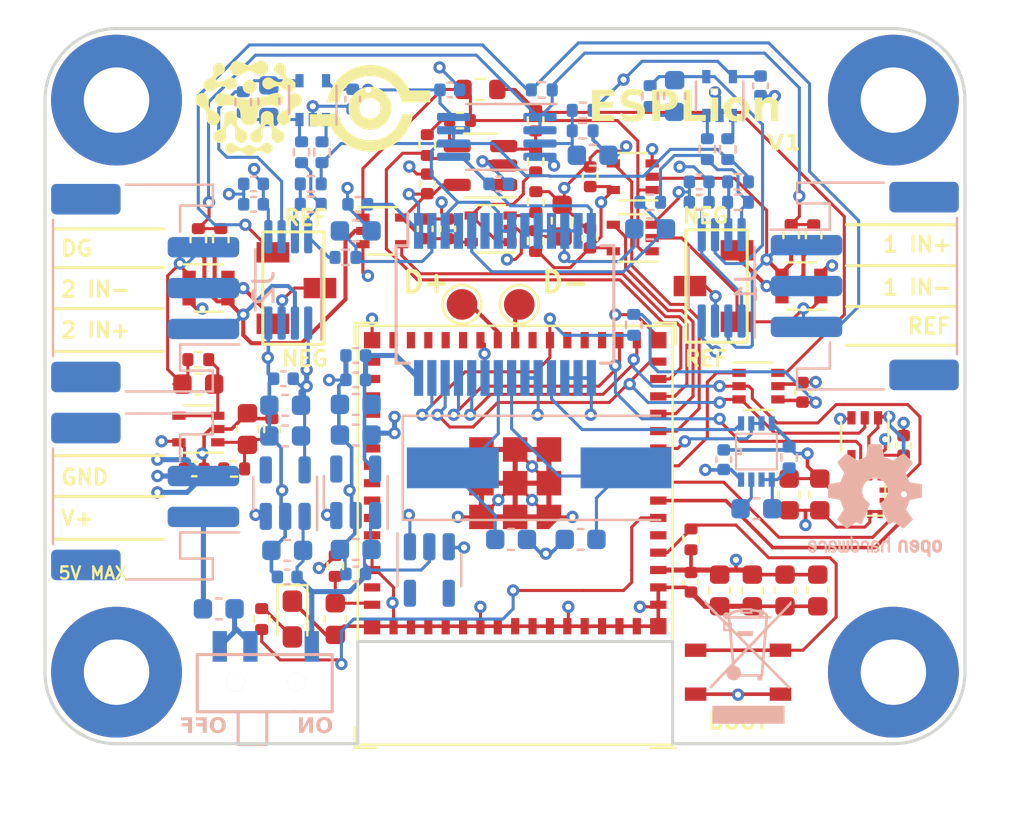
<source format=kicad_pcb>
(kicad_pcb (version 20241229) (generator "pcbnew") (generator_version "9.0")
  (title_block (title "Ganglion") (rev "01") (company "OpenBCI, Inc"))
  (layers (0 "F.Cu" signal) (4 "In1.Cu" signal) (6 "In2.Cu" signal) (2 "B.Cu" signal) (13 "F.Paste" user) (15 "B.Paste" user) (5 "F.SilkS" user "F.Silkscreen") (7 "B.SilkS" user "B.Silkscreen") (1 "F.Mask" user) (3 "B.Mask" user) (25 "Edge.Cuts" user))
  (net 0 "")
  (net 1 "VAA")
  (net 2 "GNDA")
  (net 3 "Net-(U1--)")
  (net 4 "Net-(U7-CHO+)")
  (net 5 "Net-(U7-XCH1+)")
  (net 6 "Net-(U6A-+)")
  (net 7 "/POWER_SUPPLY/V_IN")
  (net 8 "1_IN+")
  (net 9 "2_IN+")
  (net 10 "REF")
  (net 11 "MISO")
  (net 12 "SCK")
  (net 13 "MOSI")
  (net 14 "Net-(U7-OSC2)")
  (net 15 "Net-(U26--)")
  (net 16 "Net-(U15-+)")
  (net 17 "MCP_RST")
  (net 18 "Net-(U7-OSC1)")
  (net 19 "Net-(U25-+)")
  (net 20 "Net-(U25--)")
  (net 21 "uA_SENS")
  (net 22 "MCP_SS")
  (net 23 "LIS_SS")
  (net 24 "DAC_SS")
  (net 25 "INT_1")
  (net 26 "Z_TEST_2")
  (net 27 "Z_TEST_1")
  (net 28 "Z_TEST_REF")
  (net 29 "/POWER_SUPPLY/V_BATT")
  (net 30 "Net-(U2-FB)")
  (net 31 "Net-(U3-FB)")
  (net 32 "Net-(U1-+)")
  (net 33 "Net-(U26-+)")
  (net 34 "Net-(C36-Pad1)")
  (net 35 "Net-(C36-Pad2)")
  (net 36 "MCP_DRDY")
  (net 37 "DRDY")
  (net 38 "Net-(U12-Vout)")
  (net 39 "Net-(U14-+)")
  (net 40 "REF_1")
  (net 41 "Net-(U14--)")
  (net 42 "REF_2")
  (net 43 "Net-(U15--)")
  (net 44 "I_BIAS")
  (net 45 "OUT_1")
  (net 46 "OUT_2")
  (net 47 "V_REF")
  (net 48 "/POWER_SUPPLY/V_ENABLE")
  (net 49 "/SENSORS/IMP_SIG")
  (net 50 "/REF+_OUT")
  (net 51 "2_IN-")
  (net 52 "1_IN-")
  (net 53 "D_G")
  (net 58 "Net-(U16-Y)")
  (net 65 "/MCU/USB_D+")
  (net 66 "/MCU/USB_D-")
  (net 78 "Net-(U8-GPIO0{slash}BOOT)")
  (net 79 "Net-(U8-EN)")
  (net 84 "VDD")
  (net 85 "Net-(SW1-P)")
  (net 86 "Net-(SW2-P)")
  (net 93 "Net-(D2-A)")
  (net 94 "Net-(U8-GPIO2{slash}TOUCH2{slash}ADC1_CH1)")
  (net 98 "Net-(B1-Pin_1)")
  (footprint "Capacitor_SMD:C_0603_1608Metric" (layer "F.Cu") (at 134.6 57.5 90)
    (property "Reference" "C18" (hide yes))
    (property "Value" "10uF" (hide yes))
  )
  (footprint "Capacitor_SMD:C_0603_1608Metric" (layer "F.Cu") (at 133 57.5 90)
    (property "Reference" "C19" (hide yes))
    (property "Value" "1uF" (hide yes))
  )
  (footprint "Capacitor_SMD:C_0402_1005Metric" (layer "F.Cu") (at 131.6 57.1 90)
    (property "Reference" "C20" (hide yes))
    (property "Value" "0.1uF" (hide yes))
  )
  (footprint "Capacitor_SMD:C_0402_1005Metric" (layer "F.Cu") (at 119.7 39.8 -90)
    (property "Reference" "C28" (hide yes))
    (property "Value" "0.1uF" (hide yes))
  )
  (footprint "Capacitor_SMD:C_0402_1005Metric" (layer "F.Cu") (at 118.7 37.6 -90)
    (property "Reference" "C30" (hide yes))
    (property "Value" "0.1uF" (hide yes))
  )
  (footprint "Capacitor_SMD:C_0402_1005Metric" (layer "F.Cu") (at 142 50.4 -90)
    (property "Reference" "C31" (hide yes))
    (property "Value" "0.1uF" (hide yes))
  )
  (footprint "Capacitor_SMD:C_0603_1608Metric" (layer "F.Cu") (at 125.3 39.4 90)
    (property "Reference" "C40" (hide yes))
    (property "Value" "1uF" (hide yes))
  )
  (footprint "Capacitor_SMD:C_0603_1608Metric" (layer "F.Cu") (at 137.8986 52.8 90)
    (property "Reference" "C41" (hide yes))
    (property "Value" "10uF" (hide yes))
  )
  (footprint "Capacitor_SMD:C_0603_1608Metric" (layer "F.Cu") (at 136.4 52.8 90)
    (property "Reference" "C42" (hide yes))
    (property "Value" "1uF" (hide yes))
  )
  (footprint "Resistor_SMD:R_0402_1005Metric" (layer "F.Cu") (at 136.5 40.1 90)
    (property "Reference" "R2" (hide yes))
    (property "Value" "330K" (hide yes))
  )
  (footprint "Resistor_SMD:R_0402_1005Metric" (layer "F.Cu") (at 137.6 40.11 -90)
    (property "Reference" "R3" (hide yes))
    (property "Value" "330K" (hide yes))
  )
  (footprint "Resistor_SMD:R_0402_1005Metric" (layer "F.Cu") (at 107.5 40.3 90)
    (property "Reference" "R4" (hide yes))
    (property "Value" "330K" (hide yes))
  )
  (footprint "Resistor_SMD:R_0402_1005Metric" (layer "F.Cu") (at 108.6 40.3 -90)
    (property "Reference" "R5" (hide yes))
    (property "Value" "330K" (hide yes))
  )
  (footprint "Resistor_SMD:R_0402_1005Metric" (layer "F.Cu") (at 120.3 34.5)
    (property "Reference" "R27" (hide yes))
    (property "Value" "1K" (hide yes))
  )
  (footprint "Resistor_SMD:R_0402_1005Metric" (layer "F.Cu") (at 124 34.5 90)
    (property "Reference" "R28" (hide yes))
    (property "Value" "1K" (hide yes))
  )
  (footprint "Resistor_SMD:R_0603_1608Metric" (layer "F.Cu") (at 121.3 32.9775 180)
    (property "Reference" "R39" (hide yes))
    (property "Value" "100" (hide yes))
  )
  (footprint "OpenBCI_KiCad_library_files:CJS-1200TA" (layer "F.Cu") (at 133.85 44.35 180)
    (property "Reference" "SW1" (hide yes))
    (property "Value" "CJS1200" (hide yes))
  )
  (footprint "OpenBCI_KiCad_library_files:CJS-1200TA" (layer "F.Cu") (at 111.15 40.95)
    (property "Reference" "SW2" (hide yes))
    (property "Value" "CJS1200" (hide yes))
  )
  (footprint "Package_TO_SOT_SMD:SOT-363_SC-70-6" (layer "F.Cu") (at 134.9 47.5)
    (property "Reference" "U12" (hide yes))
    (property "Value" "AD5621" (hide yes))
  )
  (footprint "Package_TO_SOT_SMD:SOT-23-5" (layer "F.Cu") (at 121.3 36.7 180)
    (property "Reference" "U14" (hide yes))
    (property "Value" "MCP6V31T" (hide yes))
  )
  (footprint "Package_TO_SOT_SMD:SOT-353_SC-70-5" (layer "F.Cu") (at 140.1 50 -90)
    (property "Reference" "U16" (hide yes))
    (property "Value" "SN74LVC1G32" (hide yes))
  )
  (footprint "OpenBCI_KiCad_library_files:PTS810" (layer "F.Cu") (at 134.775 61.875 180)
    (property "Reference" "SW6" (hide yes))
    (property "Value" "TACT_SWITCH" (hide yes))
  )
  (footprint "OpenBCI_KiCad_library_files:LIS2DH12" (layer "F.Cu") (at 140.85 51.8875 -90)
    (property "Reference" "U17" (hide yes))
    (property "Value" "LIS2DE12" (hide yes))
  )
  (footprint "Package_TO_SOT_SMD:SOT-353_SC-70-5" (layer "F.Cu") (at 121.8 39.8 180)
    (property "Reference" "U15" (hide yes))
    (property "Value" "MCP6001" (hide yes))
  )
  (footprint "Resistor_SMD:R_0402_1005Metric" (layer "F.Cu") (at 118.7 35.7 90)
    (property "Reference" "R30" (hide yes))
    (property "Value" "1M" (hide yes))
  )
  (footprint "Capacitor_SMD:C_0603_1608Metric" (layer "F.Cu") (at 109.9028 49.6 90)
    (property "Reference" "C45" (hide yes))
    (property "Value" "1uF" (hide yes))
  )
  (footprint "Package_TO_SOT_SMD:SOT-353_SC-70-5" (layer "F.Cu") (at 107.5028 49.6 180)
    (property "Reference" "U25" (hide yes))
    (property "Value" "MCP6V31U" (hide yes))
  )
  (footprint "Package_TO_SOT_SMD:SOT-363_SC-70-6" (layer "F.Cu") (at 137 42.6 180)
    (property "Reference" "U28" (hide yes))
    (property "Value" "TPD4E1B06" (hide yes))
  )
  (footprint "Package_TO_SOT_SMD:SOT-363_SC-70-6" (layer "F.Cu") (at 108 42.7)
    (property "Reference" "U29" (hide yes))
    (property "Value" "TPD4E1B06" (hide yes))
  )
  (footprint "Package_TO_SOT_SMD:SOT-353_SC-70-5" (layer "F.Cu") (at 116.5 39.9)
    (property "Reference" "U18" (hide yes))
    (property "Value" "74LVC1G66" (hide yes))
  )
  (footprint "Package_TO_SOT_SMD:SOT-353_SC-70-5" (layer "F.Cu") (at 128.75 37.25 180)
    (property "Reference" "U21" (hide yes))
    (property "Value" "74LVC1G66" (hide yes))
  )
  (footprint "Package_TO_SOT_SMD:SOT-353_SC-70-5" (layer "F.Cu") (at 128.75 40.25 180)
    (property "Reference" "U22" (hide yes))
    (property "Value" "74LVC1G66" (hide yes))
  )
  (footprint "Capacitor_SMD:C_0603_1608Metric" (layer "F.Cu") (at 107.5 47.4 180)
    (property "Reference" "C46" (hide yes))
    (property "Value" "1uF" (hide yes))
  )
  (footprint "Capacitor_SMD:C_0402_1005Metric" (layer "F.Cu") (at 118.6 39.8 -90)
    (property "Reference" "C33" (hide yes))
    (property "Value" "0.1uF" (hide yes))
  )
  (footprint "Resistor_SMD:R_0402_1005Metric" (layer "F.Cu") (at 131.6 55 90)
    (property "Reference" "R8" (hide yes))
    (property "Value" "10K" (hide yes))
  )
  (footprint "LED_SMD:LED_0603_1608Metric_Pad1.05x0.95mm_HandSolder" (layer "F.Cu") (at 112.1 58.9 -90)
    (property "Reference" "D2" (hide yes))
    (property "Value" "LED" (hide yes))
  )
  (footprint "Resistor_SMD:R_0402_1005Metric" (layer "F.Cu") (at 111.1028 49.6 90)
    (property "Reference" "R20" (hide yes))
    (property "Value" "100K" (hide yes))
  )
  (footprint "MountingHole:MountingHole_3.2mm_M3_Pad" (layer "F.Cu") (at 141.5 33.5)
    (property "Reference" "H1" (hide yes))
    (property "Value" "MountingHole" (hide yes))
  )
  (footprint "Capacitor_SMD:C_0603_1608Metric" (layer "F.Cu") (at 137.8 57.5 -90)
    (property "Reference" "C48" (hide yes))
    (property "Value" "22uF" (hide yes))
  )
  (footprint "Capacitor_SMD:C_0603_1608Metric" (layer "F.Cu") (at 114.2 58.9 90)
    (property "Reference" "C35" (hide yes))
    (property "Value" "1uF" (hide yes))
  )
  (footprint "Resistor_SMD:R_0402_1005Metric" (layer "F.Cu") (at 110.6 58.9 90)
    (property "Reference" "R6" (hide yes))
    (property "Value" "1K" (hide yes))
  )
  (footprint "TestPoint:TestPoint_Pad_D1.5mm" (layer "F.Cu") (at 123.2 43.5)
    (property "Reference" "TP7" (hide yes))
    (property "Value" "TestPoint" (hide yes))
  )
  (footprint "Capacitor_SMD:C_0402_1005Metric" (layer "F.Cu") (at 126.6672 37.25 -90)
    (property "Reference" "C44" (hide yes))
    (property "Value" "0.1uF" (hide yes))
  )
  (footprint "Capacitor_SMD:C_0402_1005Metric" (layer "F.Cu") (at 137.05 47.8 -90)
    (property "Reference" "C13" (hide yes))
    (property "Value" "0.1uF" (hide yes))
  )
  (footprint "MountingHole:MountingHole_3.2mm_M3_Pad" (layer "F.Cu") (at 141.5 61.5)
    (property "Reference" "H4" (hide yes))
    (property "Value" "MountingHole" (hide yes))
  )
  (footprint "Capacitor_SMD:C_0402_1005Metric" (layer "F.Cu") (at 107.3028 51.55 180)
    (property "Reference" "C12" (hide yes))
    (property "Value" "0.1uF" (hide yes))
  )
  (footprint "Resistor_SMD:R_0402_1005Metric" (layer "F.Cu") (at 124 36.5 -90)
    (property "Reference" "R31" (hide yes))
    (property "Value" "1M" (hide yes))
  )
  (footprint "Resistor_SMD:R_0402_1005Metric" (layer "F.Cu") (at 114.2 56.3 -90)
    (property "Reference" "R9" (hide yes))
    (property "Value" "10K" (hide yes))
  )
  (footprint "TestPoint:TestPoint_Pad_D1.5mm" (layer "F.Cu") (at 120.4 43.5)
    (property "Reference" "TP6" (hide yes))
    (property "Value" "TestPoint" (hide yes))
  )
  (footprint "Capacitor_SMD:C_0603_1608Metric" (layer "F.Cu") (at 136.2 57.5 -90)
    (property "Reference" "C47" (hide yes))
    (property "Value" "22uF" (hide yes))
  )
  (footprint "MountingHole:MountingHole_3.2mm_M3_Pad" (layer "F.Cu") (at 103.5 61.5)
    (property "Reference" "H3" (hide yes))
    (property "Value" "MountingHole" (hide yes))
  )
  (footprint "Espressif:ESP32-S3-MINI-1" (layer "F.Cu") (at 123 52.25 180)
    (property "Reference" "U8" (hide yes))
    (property "Value" "ESP32-S3-MINI-1" (hide yes))
  )
  (footprint "Resistor_SMD:R_0402_1005Metric" (layer "F.Cu") (at 124 40.4 90)
    (property "Reference" "R25" (hide yes))
    (property "Value" "100K" (hide yes))
  )
  (footprint "Resistor_SMD:R_0402_1005Metric" (layer "F.Cu") (at 107.5 46.2)
    (property "Reference" "R10" (hide yes))
    (property "Value" "330K" (hide yes))
  )
  (footprint "Capacitor_SMD:C_0402_1005Metric" (layer "F.Cu") (at 126.656953 40.25 -90)
    (property "Reference" "C37" (hide yes))
    (property "Value" "0.1uF" (hide yes))
  )
  (footprint "MountingHole:MountingHole_3.2mm_M3_Pad" (layer "F.Cu") (at 103.5 33.5)
    (property "Reference" "H2" (hide yes))
    (property "Value" "MountingHole" (hide yes))
  )
  (footprint "Resistor_SMD:R_0402_1005Metric" (layer "F.Cu") (at 124.01 38.49 90)
    (property "Reference" "R22" (hide yes))
    (property "Value" "100K" (hide yes))
  )
  (footprint "Resistor_SMD:R_0402_1005Metric" (layer "F.Cu") (at 109.2528 51.55)
    (property "Reference" "R19" (hide yes))
    (property "Value" "100K" (hide yes))
  )
  (footprint "nrrh_logo:impact_logo" (layer "F.Cu") (at 115.9 33.9)
    (property "Reference" "G***" (hide yes))
    (property "Value" "LOGO" (hide yes))
  )
  (footprint "nrrh_logo:nrrh logo" (layer "F.Cu") (at 110.7 33.775563)
    (property "Reference" "G***" (hide yes))
    (property "Value" "LOGO" (hide yes))
  )
  (footprint "Capacitor_SMD:C_0402_1005Metric" (layer "B.Cu") (at 132 38.5 180)
    (property "Reference" "C1" (hide yes))
    (property "Value" "0.1uF" (hide yes))
  )
  (footprint "Capacitor_SMD:C_0402_1005Metric" (layer "B.Cu") (at 132 37.5 180)
    (property "Reference" "C2" (hide yes))
    (property "Value" "0.1uF" (hide yes))
  )
  (footprint "Capacitor_SMD:C_0402_1005Metric" (layer "B.Cu") (at 110.2 37.6 180)
    (property "Reference" "C3" (hide yes))
    (property "Value" "0.1uF" (hide yes))
  )
  (footprint "Capacitor_SMD:C_0402_1005Metric" (layer "B.Cu") (at 110.2 38.6 180)
    (property "Reference" "C4" (hide yes))
    (property "Value" "0.1uF" (hide yes))
  )
  (footprint "Capacitor_SMD:C_0603_1608Metric" (layer "B.Cu") (at 129.6 39.8)
    (property "Reference" "C10" (hide yes))
    (property "Value" "1uF" (hide yes))
  )
  (footprint "Capacitor_SMD:C_0603_1608Metric" (layer "B.Cu") (at 115.2 39.9)
    (property "Reference" "C11" (hide yes))
    (property "Value" "1uF" (hide yes))
  )
  (footprint "Capacitor_SMD:C_0603_1608Metric" (layer "B.Cu") (at 115.2 55.49375)
    (property "Reference" "C16" (hide yes))
    (property "Value" "1uF" (hide yes))
  )
  (footprint "Capacitor_SMD:C_0402_1005Metric" (layer "B.Cu") (at 115.2 56.69375)
    (property "Reference" "C17" (hide yes))
    (property "Value" "0.1uF" (hide yes))
  )
  (footprint "Capacitor_SMD:C_0402_1005Metric" (layer "B.Cu") (at 115.2 46)
    (property "Reference" "C21" (hide yes))
    (property "Value" "0.1uF" (hide yes))
  )
  (footprint "Capacitor_SMD:C_0402_1005Metric" (layer "B.Cu") (at 115.2 47.19375)
    (property "Reference" "C22" (hide yes))
    (property "Value" "0.1uF" (hide yes))
  )
  (footprint "Capacitor_SMD:C_0603_1608Metric" (layer "B.Cu") (at 115.2 49.89375)
    (property "Reference" "C23" (hide yes))
    (property "Value" "1uF" (hide yes))
  )
  (footprint "Capacitor_SMD:C_0402_1005Metric" (layer "B.Cu") (at 115.3 38.6)
    (property "Reference" "C24" (hide yes))
    (property "Value" "0.1uF" (hide yes))
  )
  (footprint "Capacitor_SMD:C_0603_1608Metric" (layer "B.Cu") (at 115.2 48.39375)
    (property "Reference" "C25" (hide yes))
    (property "Value" "10uF" (hide yes))
  )
  (footprint "Capacitor_SMD:C_0603_1608Metric" (layer "B.Cu") (at 111.85 55.5375)
    (property "Reference" "C26" (hide yes))
    (property "Value" "1uF" (hide yes))
  )
  (footprint "Capacitor_SMD:C_0402_1005Metric" (layer "B.Cu") (at 111.85 56.8375)
    (property "Reference" "C27" (hide yes))
    (property "Value" "0.1uF" (hide yes))
  )
  (footprint "Capacitor_SMD:C_0402_1005Metric" (layer "B.Cu") (at 111.6625 47.1375)
    (property "Reference" "C29" (hide yes))
    (property "Value" "0.1uF" (hide yes))
  )
  (footprint "Capacitor_SMD:C_0603_1608Metric" (layer "B.Cu") (at 111.75 49.9375)
    (property "Reference" "C32" (hide yes))
    (property "Value" "1uF" (hide yes))
  )
  (footprint "Capacitor_SMD:C_0603_1608Metric" (layer "B.Cu") (at 111.75 48.4375)
    (property "Reference" "C34" (hide yes))
    (property "Value" "10uF" (hide yes))
  )
  (footprint "Resistor_SMD:R_0402_1005Metric" (layer "B.Cu") (at 113 38.6)
    (property "Reference" "R11" (hide yes))
    (property "Value" "100K" (hide yes))
  )
  (footprint "Resistor_SMD:R_0402_1005Metric" (layer "B.Cu") (at 133.9 38.5)
    (property "Reference" "R15" (hide yes))
    (property "Value" "100K" (hide yes))
  )
  (footprint "Resistor_SMD:R_0402_1005Metric" (layer "B.Cu") (at 133.9 37.5)
    (property "Reference" "R16" (hide yes))
    (property "Value" "2K" (hide yes))
  )
  (footprint "Resistor_SMD:R_0402_1005Metric" (layer "B.Cu") (at 126.3 35)
    (property "Reference" "R17" (hide yes))
    (property "Value" "100K" (hide yes))
  )
  (footprint "Resistor_SMD:R_0402_1005Metric" (layer "B.Cu") (at 113 37.6)
    (property "Reference" "R18" (hide yes))
    (property "Value" "2K" (hide yes))
  )
  (footprint "Resistor_SMD:R_0402_1005Metric" (layer "B.Cu") (at 129.6 38.5)
    (property "Reference" "R23" (hide yes))
    (property "Value" "1K" (hide yes))
  )
  (footprint "Resistor_SMD:R_0402_1005Metric" (layer "B.Cu") (at 114.7 41.2 180)
    (property "Reference" "R24" (hide yes))
    (property "Value" "1K" (hide yes))
  )
  (footprint "OpenBCI_KiCad_library_files:SSSS810701_SSSS810701" (layer "B.Cu") (at 113.05 60.2375 90)
    (property "Reference" "SW5" (hide yes))
    (property "Value" "SPDT" (hide yes))
  )
  (footprint "Package_SO:MSOP-8_3x3mm_P0.65mm" (layer "B.Cu") (at 133.1 42.2 90)
    (property "Reference" "U2" (hide yes))
    (property "Value" "AD8237" (hide yes))
  )
  (footprint "Package_SO:MSOP-8_3x3mm_P0.65mm" (layer "B.Cu") (at 111.9 42.3 90)
    (property "Reference" "U3" (hide yes))
    (property "Value" "AD8237" (hide yes))
  )
  (footprint "Package_SO:SSOP-28_5.3x10.2mm_P0.65mm" (layer "B.Cu") (at 122.5 43.5 -90)
    (property "Reference" "U7" (hide yes))
    (property "Value" "MCP3912" (hide yes))
  )
  (footprint "Package_TO_SOT_SMD:SOT-23-5" (layer "B.Cu") (at 115.2 52.69375 90)
    (property "Reference" "U9" (hide yes))
    (property "Value" "TLV75730PDBVR" (hide yes))
  )
  (footprint "Package_TO_SOT_SMD:SOT-23-5" (layer "B.Cu") (at 118.8 56.5 -90)
    (property "Reference" "U10" (hide yes))
    (property "Value" "NCP300" (hide yes))
  )
  (footprint "Package_TO_SOT_SMD:SOT-23-5" (layer "B.Cu") (at 111.75 52.7375 90)
    (property "Reference" "U11" (hide yes))
    (property "Value" "TLV75730PDBVR" (hide yes))
  )
  (footprint "Capacitor_SMD:C_0603_1608Metric" (layer "B.Cu") (at 108.5 58.4 180)
    (property "Reference" "D1" (hide yes))
    (property "Value" "D_Schottky" (hide yes))
  )
  (footprint "Capacitor_SMD:C_0603_1608Metric" (layer "B.Cu") (at 130.8 33.3 90)
    (property "Reference" "C9" (hide yes))
    (property "Value" "22uF" (hide yes))
  )
  (footprint "Capacitor_SMD:C_0603_1608Metric" (layer "B.Cu") (at 126.79 36.2)
    (property "Reference" "C14" (hide yes))
    (property "Value" "1uF" (hide yes))
  )
  (footprint "Capacitor_SMD:C_0402_1005Metric" (layer "B.Cu") (at 122.2 37.6 180)
    (property "Reference" "C15" (hide yes))
    (property "Value" "0.1uF" (hide yes))
  )
  (footprint "Package_SO:MSOP-8_3x3mm_P0.65mm" (layer "B.Cu") (at 122.1 35.3 180)
    (property "Reference" "U6" (hide yes))
    (property "Value" "LM7332" (hide yes))
  )
  (footprint "Capacitor_SMD:C_0603_1608Metric" (layer "B.Cu") (at 126.2 55)
    (property "Reference" "C43" (hide yes))
    (property "Value" "33pF" (hide yes))
  )
  (footprint "Connector_JST:JST_PH_S2B-PH-SM4-TB_1x02-1MP_P2.00mm_Horizontal" (layer "B.Cu") (at 104.9 52.9 90)
    (property "Reference" "B1" (hide yes))
    (property "Value" "JS_2_Battery" (hide yes))
  )
  (footprint "Capacitor_SMD:C_0603_1608Metric" (layer "B.Cu") (at 134.8 53.5)
    (property "Reference" "C36" (hide yes))
    (property "Value" "0.01uF" (hide yes))
  )
  (footprint "OpenBCI_KiCad_library_files:VSSOP-8" (layer "B.Cu") (at 134.05 49.325)
    (property "Reference" "U23" (hide yes))
    (property "Value" "74LVC2G00")
  )
  (footprint "Capacitor_SMD:C_0603_1608Metric" (layer "B.Cu") (at 122.8 55 180)
    (property "Reference" "C38" (hide yes))
    (property "Value" "33pF" (hide yes))
  )
  (footprint "Capacitor_SMD:C_0603_1608Metric" (layer "B.Cu") (at 110.95 33.55 90)
    (property "Reference" "C39" (hide yes))
    (property "Value" "22uF" (hide yes))
  )
  (footprint "Resistor_SMD:R_0402_1005Metric" (layer "B.Cu") (at 129.6 33.3 90)
    (property "Reference" "R1" (hide yes))
    (property "Value" "1M" (hide yes))
  )
  (footprint "Resistor_SMD:R_0402_1005Metric" (layer "B.Cu") (at 132.4 35.9 90)
    (property "Reference" "R12" (hide yes))
    (property "Value" "1M" (hide yes))
  )
  (footprint "Resistor_SMD:R_0402_1005Metric" (layer "B.Cu") (at 109.7 33.6 90)
    (property "Reference" "R14" (hide yes))
    (property "Value" "1M" (hide yes))
  )
  (footprint "Package_TO_SOT_SMD:SOT-353_SC-70-5" (layer "B.Cu") (at 133 33.3 90)
    (property "Reference" "U1" (hide yes))
    (property "Value" "MCP6V31U" (hide yes))
  )
  (footprint "Resistor_SMD:R_0402_1005Metric" (layer "B.Cu") (at 113.55 36.05 90)
    (property "Reference" "R32" (hide yes))
    (property "Value" "500K" (hide yes))
  )
  (footprint "Resistor_SMD:R_0402_1005Metric" (layer "B.Cu") (at 133.4 35.9 90)
    (property "Reference" "R34" (hide yes))
    (property "Value" "500K" (hide yes))
  )
  (footprint "Package_TO_SOT_SMD:SOT-353_SC-70-5" (layer "B.Cu") (at 113.1 33.5 90)
    (property "Reference" "U26" (hide yes))
    (property "Value" "MCP6V31U" (hide yes))
  )
  (footprint "Crystal:Crystal_SMD_HC49-SD" (layer "B.Cu") (at 124.2 51.5)
    (property "Reference" "Y1" (hide yes))
    (property "Value" "Crystal_Small" (hide yes))
  )
  (footprint "Capacitor_SMD:C_0402_1005Metric" (layer "B.Cu") (at 133.2 51.1 -90)
    (property "Reference" "C6" (hide yes))
    (property "Value" "0.1uF" (hide yes))
  )
  (footprint "Resistor_SMD:R_0402_1005Metric" (layer "B.Cu") (at 124.3 33)
    (property "Reference" "R7" (hide yes))
    (property "Value" "330K" (hide yes))
  )
  (footprint "Connector_JST:JST_PH_S3B-PH-SM4-TB_1x03-1MP_P2.00mm_Horizontal" (layer "B.Cu") (at 140.1 42.6 -90)
    (property "Reference" "J1")
    (property "Value" "Conn_01x03" (hide yes))
  )
  (footprint "Symbol:OSHW-Logo2_7.3x6mm_SilkScreen" (layer "B.Cu") (at 140.6 53.1 180)
    (property "Reference" "REF**" (hide yes))
    (property "Value" "OSHW-Logo2_7.3x6mm_SilkScreen" (hide yes))
  )
  (footprint "Capacitor_SMD:C_0402_1005Metric" (layer "B.Cu") (at 115.05 33.45 90)
    (property "Reference" "C8" (hide yes))
    (property "Value" "0.1uF" (hide yes))
  )
  (footprint "Capacitor_SMD:C_0402_1005Metric" (layer "B.Cu") (at 135 32.8 90)
    (property "Reference" "C7" (hide yes))
    (property "Value" "0.1uF" (hide yes))
  )
  (footprint "Resistor_SMD:R_0402_1005Metric" (layer "B.Cu") (at 136.4 50.99 90)
    (property "Reference" "R21" (hide yes))
    (property "Value" "100K" (hide yes))
  )
  (footprint "Connector_JST:JST_PH_S3B-PH-SM4-TB_1x03-1MP_P2.00mm_Horizontal" (layer "B.Cu") (at 104.9 42.7 90)
    (property "Reference" "J2")
    (property "Value" "Conn_01x03" (hide yes))
  )
  (footprint "Symbol:WEEE-Logo_4.2x6mm_SilkScreen" (layer "B.Cu") (at 134.4 61 180)
    (property "Reference" "REF**" (hide yes))
    (property "Value" "WEEE-Logo_4.2x6mm_SilkScreen" (hide yes))
  )
  (footprint "Resistor_SMD:R_0402_1005Metric" (layer "B.Cu") (at 128.8 44.5 -90)
    (property "Reference" "R26" (hide yes))
    (property "Value" "100K" (hide yes))
  )
  (footprint "Resistor_SMD:R_0402_1005Metric" (layer "B.Cu") (at 126.3 34 180)
    (property "Reference" "R13" (hide yes))
    (property "Value" "100K" (hide yes))
  )
  (footprint "Capacitor_SMD:C_0402_1005Metric" (layer "B.Cu") (at 119.8 33 180)
    (property "Reference" "C5" (hide yes))
    (property "Value" "0.1uF" (hide yes))
  )
  (footprint "Resistor_SMD:R_0402_1005Metric" (layer "B.Cu") (at 112.55 36.05 90)
    (property "Reference" "R29" (hide yes))
    (property "Value" "1M" (hide yes))
  )
  (gr_line (start 144.6 43.6) (end 139.2 43.6) (stroke (width 0.15)) (layer "F.SilkS"))
  (gr_line (start 105.8 45.8) (end 100.4 45.8) (stroke (width 0.15)) (layer "F.SilkS"))
  (gr_line (start 144.6 41.6) (end 139.2 41.6) (stroke (width 0.15)) (layer "F.SilkS"))
  (gr_line (start 105.8 39.8) (end 100.4 39.8) (stroke (width 0.15)) (layer "F.SilkS"))
  (gr_line (start 144.6 45.5) (end 139.2 45.5) (stroke (width 0.15)) (layer "F.SilkS"))
  (gr_line (start 105.8 43.7) (end 100.4 43.7) (stroke (width 0.15)) (layer "F.SilkS"))
  (gr_line (start 105.8 50.9) (end 100.4 50.9) (stroke (width 0.15)) (layer "F.SilkS"))
  (gr_line (start 105.8 55) (end 100.4 55) (stroke (width 0.15)) (layer "F.SilkS"))
  (gr_line (start 105.8 41.7) (end 100.4 41.7) (stroke (width 0.15)) (layer "F.SilkS"))
  (gr_line (start 144.6 39.6) (end 139.2 39.6) (stroke (width 0.15)) (layer "F.SilkS"))
  (gr_line (start 105.8 52.9) (end 100.4 52.9) (stroke (width 0.15)) (layer "F.SilkS"))
  (gr_line (start 115.3 65) (end 115.3 60) (stroke (width 0.15)) (layer "Edge.Cuts"))
  (gr_arc (start 100 33.5) (mid 101.025126 31.025126) (end 103.5 30) (stroke (width 0.15)) (layer "Edge.Cuts"))
  (gr_line (start 130.7 65) (end 141.5 65) (stroke (width 0.15)) (layer "Edge.Cuts"))
  (gr_line (start 130.7 60) (end 130.7 65) (stroke (width 0.15)) (layer "Edge.Cuts"))
  (gr_line (start 145 61.5) (end 145 33.5) (stroke (width 0.15)) (layer "Edge.Cuts"))
  (gr_line (start 103.5 65) (end 115.3 65) (stroke (width 0.15)) (layer "Edge.Cuts"))
  (gr_line (start 115.3 60) (end 130.7 60) (stroke (width 0.15)) (layer "Edge.Cuts"))
  (gr_arc (start 145 61.5) (mid 143.974874 63.974874) (end 141.5 65) (stroke (width 0.15)) (layer "Edge.Cuts"))
  (gr_arc (start 141.5 30) (mid 143.974874 31.025126) (end 145 33.5) (stroke (width 0.15)) (layer "Edge.Cuts"))
  (gr_line (start 100 61.5) (end 100 33.5) (stroke (width 0.15)) (layer "Edge.Cuts"))
  (gr_arc (start 103.5 65) (mid 101.025126 63.974874) (end 100 61.5) (stroke (width 0.15)) (layer "Edge.Cuts"))
  (gr_line (start 103.5 30) (end 141.5 30) (stroke (width 0.15)) (layer "Edge.Cuts"))
  (gr_text "REF" (at 131.2 46.6 0) (layer "F.SilkS") (effects (font (size 0.75 0.75) (thickness 0.15) (bold yes)) (justify left bottom)))
  (gr_text "REF" (at 111.6 39.7 0) (layer "F.SilkS") (effects (font (size 0.75 0.75) (thickness 0.15) (bold yes)) (justify left bottom)))
  (gr_text "D+" (at 117.4 43 0) (layer "F.SilkS") (effects (font (size 1 1) (thickness 0.2) (bold yes)) (justify left bottom)))
  (gr_text "GND" (at 100.7 52.4 0) (layer "F.SilkS") (effects (font (size 0.75 0.75) (thickness 0.15) (bold yes)) (justify left bottom)))
  (gr_text "NEG" (at 131.1 39.6 0) (layer "F.SilkS") (effects (font (size 0.75 0.75) (thickness 0.15) (bold yes)) (justify left bottom)))
  (gr_text "V1" (at 135.3 36.1 0) (layer "F.SilkS") (effects (font (size 0.8 0.8) (thickness 0.16) (bold yes)) (justify left bottom)))
  (gr_text "2 IN+" (at 100.7 45.2 0) (layer "F.SilkS") (effects (font (size 0.75 0.75) (thickness 0.15) (bold yes)) (justify left bottom)))
  (gr_text "5V MAX" (at 100.6 57 0) (layer "F.SilkS") (effects (font (size 0.6 0.6) (thickness 0.12) (bold yes)) (justify left bottom)))
  (gr_text "DG" (at 100.7 41.2 0) (layer "F.SilkS") (effects (font (size 0.75 0.75) (thickness 0.15) (bold yes)) (justify left bottom)))
  (gr_text "BOOT" (at 133.9 63.9 0) (layer "F.SilkS") (effects (font (size 0.75 0.75))))
  (gr_text "D-" (at 124.2 43 0) (layer "F.SilkS") (effects (font (size 1 1) (thickness 0.2) (bold yes)) (justify left bottom)))
  (gr_text "REF" (at 142.1 45 0) (layer "F.SilkS") (effects (font (size 0.75 0.75) (thickness 0.15) (bold yes)) (justify left bottom)))
  (gr_text "NEG" (at 111.5 46.6 0) (layer "F.SilkS") (effects (font (size 0.75 0.75) (thickness 0.15) (bold yes)) (justify left bottom)))
  (gr_text "2 IN-" (at 100.7 43.2 0) (layer "F.SilkS") (effects (font (size 0.75 0.75) (thickness 0.15) (bold yes)) (justify left bottom)))
  (gr_text "1 IN-" (at 140.9 43.1 0) (layer "F.SilkS") (effects (font (size 0.75 0.75) (thickness 0.15) (bold yes)) (justify left bottom)))
  (gr_text "1 IN+" (at 140.9 41 0) (layer "F.SilkS") (effects (font (size 0.75 0.75) (thickness 0.15) (bold yes)) (justify left bottom)))
  (gr_text "ESPLion" (at 131.3 33.9 0) (layer "F.SilkS") (effects (font (size 1.5 1.5) (thickness 0.3) (bold yes))))
  (gr_text "V+" (at 100.7 54.4 0) (layer "F.SilkS") (effects (font (size 0.75 0.75) (thickness 0.15) (bold yes)) (justify left bottom)))
  (gr_text "OFF" (at 108.9 64.6 0) (layer "B.SilkS") (effects (font (size 0.75 0.75) (thickness 0.1875) (bold yes)) (justify left bottom mirror)))
  (gr_text "ON" (at 114.1 64.6 0) (layer "B.SilkS") (effects (font (size 0.75 0.75) (thickness 0.1875) (bold yes)) (justify left bottom mirror)))
  (segment (start 126.6672 37.73) (end 127.63 37.73) (width 0.15) (layer "F.Cu") (net 1))
  (segment (start 127.2 40.186953) (end 126.656953 40.73) (width 0.15) (layer "F.Cu") (net 1))
  (segment (start 108.7428 51.55) (end 108.0928 52.2) (width 0.15) (layer "F.Cu") (net 1))
  (segment (start 119.87 40.45) (end 120.85 40.45) (width 0.15) (layer "F.Cu") (net 1))
  (segment (start 124.9 41.7) (end 125.686953 41.7) (width 0.15) (layer "F.Cu") (net 1))
  (segment (start 106.8228 50.52) (end 106.5528 50.25) (width 0.15) (layer "F.Cu") (net 1))
  (segment (start 127.2 38.5) (end 127.2 40.186953) (width 0.15) (layer "F.Cu") (net 1))
  (segment (start 125.686953 41.7) (end 126.656953 40.73) (width 0.15) (layer "F.Cu") (net 1))
  (segment (start 118.6 40.28) (end 119.7 40.28) (width 0.15) (layer "F.Cu") (net 1))
  (segment (start 106.8228 51.72) (end 106.8228 51.55) (width 0.15) (layer "F.Cu") (net 1))
  (segment (start 118.68 38.1) (end 118.7 38.08) (width 0.15) (layer "F.Cu") (net 1))
  (segment (start 126.656953 40.73) (end 127.63 40.73) (width 0.15) (layer "F.Cu") (net 1))
  (segment (start 124 40.91) (end 124.11 40.91) (width 0.15) (layer "F.Cu") (net 1))
  (segment (start 106.8228 51.55) (end 106.8228 50.52) (width 0.15) (layer "F.Cu") (net 1))
  (segment (start 117.45 39.25) (end 117.53 39.25) (width 0.15) (layer "F.Cu") (net 1))
  (segment (start 118.6 40.28) (end 118.48 40.28) (width 0.15) (layer "F.Cu") (net 1))
  (segment (start 120.1625 37.65) (end 119.45 37.65) (width 0.15) (layer "F.Cu") (net 1))
  (segment (start 105.7 50.2) (end 106.5028 50.2) (width 0.15) (layer "F.Cu") (net 1))
  (segment (start 107.3028 52.2) (end 106.8228 51.72) (width 0.15) (layer "F.Cu") (net 1))
  (segment (start 127.2 38.5) (end 127.8 37.9) (width 0.15) (layer "F.Cu") (net 1))
  (segment (start 124.11 40.91) (end 124.9 41.7) (width 0.15) (layer "F.Cu") (net 1))
  (segment (start 118.48 40.28) (end 117.45 39.25) (width 0.15) (layer "F.Cu") (net 1))
  (segment (start 117.53 39.25) (end 118.7 38.08) (width 0.15) (layer "F.Cu") (net 1))
  (segment (start 119.7 40.28) (end 119.87 40.45) (width 0.15) (layer "F.Cu") (net 1))
  (segment (start 106.5028 50.2) (end 106.5528 50.25) (width 0.15) (layer "F.Cu") (net 1))
  (segment (start 117.8 38.1) (end 118.68 38.1) (width 0.15) (layer "F.Cu") (net 1))
  (segment (start 127.63 37.73) (end 127.8 37.9) (width 0.15) (layer "F.Cu") (net 1))
  (segment (start 127.63 40.73) (end 127.8 40.9) (width 0.15) (layer "F.Cu") (net 1))
  (segment (start 108.0928 52.2) (end 107.3028 52.2) (width 0.15) (layer "F.Cu") (net 1))
  (segment (start 119.45 37.65) (end 119.02 38.08) (width 0.15) (layer "F.Cu") (net 1))
  (segment (start 119.02 38.08) (end 118.7 38.08) (width 0.15) (layer "F.Cu") (net 1))
  (via (at 127.2 38.5) (size 0.6) (drill 0.3) (layers "F.Cu" "B.Cu") (net 1))
  (via (at 112.8 47.5) (size 0.6) (drill 0.3) (layers "F.Cu" "B.Cu") (net 1))
  (via (at 117.8 38.1) (size 0.6) (drill 0.3) (layers "F.Cu" "B.Cu") (net 1))
  (via (at 131.042051 36.763366) (size 0.6) (drill 0.3) (layers "F.Cu" "B.Cu") (net 1))
  (via (at 110.229122 36.870878) (size 0.6) (drill 0.3) (layers "F.Cu" "B.Cu") (net 1))
  (via (at 115.8 33) (size 0.6) (drill 0.3) (layers "F.Cu" "B.Cu") (net 1))
  (via (at 112.8 46.7) (size 0.6) (drill 0.3) (layers "F.Cu" "B.Cu") (net 1))
  (via (at 105.7 50.2) (size 0.6) (drill 0.3) (layers "F.Cu" "B.Cu") (net 1))
  (via (at 128.3 32.5) (size 0.6) (drill 0.3) (layers "F.Cu" "B.Cu") (net 1))
  (segment (start 132.125 38.855) (end 132.125 40.0875) (width 0.15) (layer "B.Cu") (net 1))
  (segment (start 126.81 34) (end 129.21 31.6) (width 0.15) (layer "B.Cu") (net 1))
  (segment (start 131.042051 36.763366) (end 131.743366 36.763366) (width 0.15) (layer "B.Cu") (net 1))
  (segment (start 132.9 31.6) (end 133.65 32.35) (width 0.15) (layer "B.Cu") (net 1))
  (segment (start 131.743366 36.763366) (end 132.48 37.5) (width 0.15) (layer "B.Cu") (net 1))
  (segment (start 134.075 42.975) (end 132.125 41.025) (width 0.15) (layer "B.Cu") (net 1))
  (segment (start 119.32 33.6575) (end 119.9875 34.325) (width 0.15) (layer "B.Cu") (net 1))
  (segment (start 112.7 51.6) (end 112.7 47.695) (width 0.15) (layer "B.Cu") (net 1))
  (segment (start 114.17 32.97) (end 113.75 32.55) (width 0.15) (layer "B.Cu") (net 1))
  (segment (start 112.8 47.5) (end 112.8 46.7) (width 0.25) (layer "B.Cu") (net 1))
  (segment (start 112.875 46.625) (end 112.8 46.7) (width 0.15) (layer "B.Cu") (net 1))
  (segment (start 119.32 33) (end 119.32 33.6575) (width 0.15) (layer "B.Cu") (net 1))
  (segment (start 110.925 38.845) (end 110.68 38.6) (width 0.15) (layer "B.Cu") (net 1))
  (segment (start 115.08 33) (end 115.05 32.97) (width 0.15) (layer "B.Cu") (net 1))
  (segment (start 110.68 38.6) (end 110.68 37.6) (width 0.15) (layer "B.Cu") (net 1))
  (segment (start 110.229122 37.149122) (end 110.68 37.6) (width 0.15) (layer "B.Cu") (net 1))
  (segment (start 119.32 33) (end 115.08 33) (width 0.15) (layer "B.Cu") (net 1))
  (segment (start 115.78 38.6) (end 116.975 38.6) (width 0.15) (layer "B.Cu") (net 1))
  (segment (start 118.275 39.9) (end 118.275 38.575) (width 0.15) (layer "B.Cu") (net 1))
  (segment (start 112.525 47.775) (end 112.8 47.5) (width 0.25) (layer "B.Cu") (net 1))
  (segment (start 110.229122 36.870878) (end 110.229122 37.149122) (width 0.15) (layer "B.Cu") (net 1))
  (segment (start 134.075 44.3125) (end 134.075 42.975) (width 0.15) (layer "B.Cu") (net 1))
  (segment (start 129.21 31.6) (end 132.9 31.6) (width 0.15) (layer "B.Cu") (net 1))
  (segment (start 132.48 38.5) (end 132.125 38.855) (width 0.15) (layer "B.Cu") (net 1))
  (segment (start 132.5 37.5) (end 132.5 38.5) (width 0.15) (layer "B.Cu") (net 1))
  (segment (start 112.875 44.4125) (end 112.875 46.625) (width 0.15) (layer "B.Cu") (net 1))
  (segment (start 118.275 38.575) (end 117.8 38.1) (width 0.15) (layer "B.Cu") (net 1))
  (segment (start 112.525 48.4375) (end 112.525 47.775) (width 0.25) (layer "B.Cu") (net 1))
  (segment (start 132.125 41.025) (end 132.125 40.0875) (width 0.15) (layer "B.Cu") (net 1))
  (segment (start 134.97 32.35) (end 135 32.32) (width 0.15) (layer "B.Cu") (net 1))
  (segment (start 110.925 40.1875) (end 110.925 38.845) (width 0.15) (layer "B.Cu") (net 1))
  (segment (start 112.7 47.695) (end 112.1425 47.1375) (width 0.15) (layer "B.Cu") (net 1))
  (segment (start 133.65 32.35) (end 134.97 32.35) (width 0.15) (layer "B.Cu") (net 1))
  (segment (start 116.975 38.6) (end 118.275 39.9) (width 0.15) (layer "B.Cu") (net 1))
  (segment (start 115.05 32.97) (end 114.17 32.97) (width 0.15) (layer "B.Cu") (net 1))
  (segment (start 129.9 58.3) (end 130 58.2) (width 0.15) (layer "F.Cu") (net 2))
  (segment (start 115.55 41.95) (end 115.6 42) (width 0.15) (layer "F.Cu") (net 2))
  (segment (start 137.3 51.4264) (end 137.8986 52.025) (width 0.1778) (layer "F.Cu") (net 2))
  (segment (start 128.193408 36) (end 127 36) (width 0.15) (layer "F.Cu") (net 2))
  (segment (start 107.7828 49.9172) (end 108.1 49.6) (width 0.1778) (layer "F.Cu") (net 2))
  (segment (start 122.175597 53.074403) (end 123 52.25) (width 0.15) (layer "F.Cu") (net 2))
  (segment (start 121.35 50.6) (end 124.65 50.6) (width 0.25) (layer "F.Cu") (net 2))
  (segment (start 123 50.6) (end 123 53.9) (width 0.25) (layer "F.Cu") (net 2))
  (segment (start 134.6 58.275) (end 137.8 58.275) (width 0.1778) (layer "F.Cu") (net 2))
  (segment (start 122.6 41.3) (end 123 41.3) (width 0.15) (layer "F.Cu") (net 2))
  (segment (start 116.2 56.5) (end 116 56.5) (width 0.15) (layer "F.Cu") (net 2))
  (segment (start 124.65 50.6) (end 124.65 53.9) (width 0.25) (layer "F.Cu") (net 2))
  (segment (start 115.7 42.1) (end 115.8 42.1) (width 0.15) (layer "F.Cu") (net 2))
  (segment (start 121.35 53.9) (end 120.2 53.9) (width 0.15) (layer "F.Cu") (net 2))
  (segment (start 119.4 38.5) (end 119.4 39.02) (width 0.15) (layer "F.Cu") (net 2))
  (segment (start 123.825278 51.426495) (end 123.826495 51.426495) (width 0.15) (layer "F.Cu") (net 2))
  (segment (start 125.6 59.2) (end 125.55 59.25) (width 0.15) (layer "F.Cu") (net 2))
  (segment (start 111.1028 49.09) (end 110.1678 49.09) (width 0.1778) (layer "F.Cu") (net 2))
  (segment (start 121.4 36.5) (end 122.2375 36.5) (width 0.15) (layer "F.Cu") (net 2))
  (segment (start 125.6 58.3) (end 125.6 59.2) (width 0.15) (layer "F.Cu") (net 2))
  (segment (start 139.3 52.5875) (end 139.3 53.0875) (width 0.15) (layer "F.Cu") (net 2))
  (segment (start 139.3 53.5875) (end 139.35 53.6375) (width 0.15) (layer "F.Cu") (net 2))
  (segment (start 138.5 41.6) (end 138.3 41.6) (width 0.15) (layer "F.Cu") (net 2))
  (segment (start 119.4 39.02) (end 119.7 39.32) (width 0.15) (layer "F.Cu") (net 2))
  (segment (start 123.825278 51.426495) (end 123.825278 51.425278) (width 0.15) (layer "F.Cu") (net 2))
  (segment (start 123.826495 51.426495) (end 124.65 52.25) (width 0.15) (layer "F.Cu") (net 2))
  (segment (start 116 55.65) (end 116 56.5) (width 0.15) (layer "F.Cu") (net 2))
  (segment (start 121.35 53.9) (end 124.65 53.9) (width 0.25) (layer "F.Cu") (net 2))
  (segment (start 139.4 49.1) (end 139.45 49.05) (width 0.15) (layer "F.Cu") (net 2))
  (segment (start 123.002709 52.25) (end 123.825886 53.073177) (width 0.15) (layer "F.Cu") (net 2))
  (segment (start 122.175597 53.075701) (end 122.174299 53.075701) (width 0.15) (layer "F.Cu") (net 2))
  (segment (start 130 45.1) (end 130 45.25) (width 0.15) (layer "F.Cu") (net 2))
  (segment (start 129.1 58.3) (end 129.9 58.3) (width 0.15) (layer "F.Cu") (net 2))
  (segment (start 131.37 57.35) (end 131.6 57.58) (width 0.1778) (layer "F.Cu") (net 2))
  (segment (start 137.8986 52.025) (end 136.4 52.025) (width 0.15) (layer "F.Cu") (net 2))
  (segment (start 123.1 39.8) (end 122.75 39.8) (width 0.15) (layer "F.Cu") (net 2))
  (segment (start 116 59.25) (end 114.625 59.25) (width 0.1778) (layer "F.Cu") (net 2))
  (segment (start 115.55 40.55) (end 115.55 41.95) (width 0.15) (layer "F.Cu") (net 2))
  (segment (start 130 59.25) (end 130 57.35) (width 0.1778) (layer "F.Cu") (net 2))
  (segment (start 131.825 62.575) (end 135.975 62.575) (width 0.1778) (layer "F.Cu") (net 2))
  (segment (start 128.430584 35.762824) (end 128.193408 36) (width 0.15) (layer "F.Cu") (net 2))
  (segment (start 138.3 41.6) (end 137.95 41.95) (width 0.15) (layer "F.Cu") (net 2))
  (segment (start 127 36) (end 126.6672 36.3328) (width 0.15) (layer "F.Cu") (net 2))
  (segment (start 123.825278 51.425278) (end 123 50.6) (width 0.15) (layer "F.Cu") (net 2))
  (segment (start 116 44.2) (end 116 45.25) (width 0.15) (layer "F.Cu") (net 2))
  (segment (start 122.175597 53.075701) (end 122.175597 53.074403) (width 0.15) (layer "F.Cu") (net 2))
  (segment (start 128.9 44) (end 130 45.1) (width 0.15) (layer "F.Cu") (net 2))
  (segment (start 135.95 47.4) (end 135.85 47.5) (width 0.1778) (layer "F.Cu") (net 2))
  (segment (start 126.6672 36.3328) (end 126.6672 36.77) (width 0.15) (layer "F.Cu") (net 2))
  (segment (start 122.174299 53.075701) (end 121.35 53.9) (width 0.15) (layer "F.Cu") (net 2))
  (segment (start 137.95 42.6) (end 137.95 41.95) (width 0.15) (layer "F.Cu") (net 2))
  (segment (start 121.35 52.25) (end 124.65 52.25) (width 0.25) (layer "F.Cu") (net 2))
  (segment (start 109.1278 49.6) (end 109.9028 48.825) (width 0.1778) (layer "F.Cu") (net 2))
  (segment (start 129.7 35.9) (end 129.7 36.6) (width 0.15) (layer "F.Cu") (net 2))
  (segment (start 137.3 50.8) (end 137.3 51.4264) (width 0.1778) (layer "F.Cu") (net 2))
  (segment (start 118.53 39.25) (end 118.6 39.32) (width 0.15) (layer "F.Cu") (net 2))
  (segment (start 123.825886 53.075886) (end 124.65 53.9) (width 0.15) (layer "F.Cu") (net 2))
  (segment (start 130 59.25) (end 116 59.25) (width 0.1778) (layer "F.Cu") (net 2))
  (segment (start 126.656953 39.77) (end 126.445 39.77) (width 0.15) (layer "F.Cu") (net 2))
  (segment (start 123 41.3) (end 123.3 41) (width 0.15) (layer "F.Cu") (net 2))
  (segment (start 127.9 44) (end 128.9 44) (width 0.15) (layer "F.Cu") (net 2))
  (segment (start 125.4 37.8) (end 125.4 38.525) (width 0.15) (layer "F.Cu") (net 2))
  (segment (start 125.4 38.525) (end 125.3 38.625) (width 0.15) (layer "F.Cu") (net 2))
  (segment (start 114.625 59.25) (end 114.2 59.675) (width 0.1778) (layer "F.Cu") (net 2))
  (segment (start 123.825886 53.073177) (end 123.825886 53.075886) (width 0.15) (layer "F.Cu") (net 2))
  (segment (start 121.35 52.25) (end 121.35 50.6) (width 0.25) (layer "F.Cu") (net 2))
  (segment (start 134.6 58.275) (end 133 58.275) (width 0.25) (layer "F.Cu") (net 2))
  (segment (start 112.1 58.025) (end 113.75 59.675) (width 0.1778) (layer "F.Cu") (net 2))
  (segment (start 107.4 43.7) (end 107.05 43.35) (width 0.1778) (layer "F.Cu") (net 2))
  (segment (start 107.7828 51.55) (end 107.7828 49.9172) (width 0.1778) (layer "F.Cu") (net 2))
  (segment (start 126.445 39.77) (end 125.3 38.625) (width 0.15) (layer "F.Cu") (net 2))
  (segment (start 118.6 39.32) (end 119.7 39.32) (width 0.15) (layer "F.Cu") (net 2))
  (segment (start 124.01 37.98) (end 124.655 37.98) (width 0.15) (layer "F.Cu") (net 2))
  (segment (start 124.65 53.9) (end 125.8 53.9) (width 0.15) (layer "F.Cu") (net 2))
  (segment (start 122.2375 36.5) (end 122.4375 36.7) (width 0.15) (layer "F.Cu") (net 2))
  (segment (start 124.655 37.98) (end 125.3 38.625) (width 0.15) (layer "F.Cu") (net 2))
  (segment (start 137.07 47.3) (end 137.05 47.32) (width 0.15) (layer "F.Cu") (net 2))
  (segment (start 115.6 42) (end 115.7 42.1) (width 0.15) (layer "F.Cu") (net 2))
  (segment (start 117.05 57.35) (end 116.2 56.5) (width 0.15) (layer "F.Cu") (net 2))
  (segment (start 121.3 58.3) (end 121.3 59.25) (width 0.15) (layer "F.Cu") (net 2))
  (segment (start 126.6672 36.77) (end 126.43 36.77) (width 0.15) (layer "F.Cu") (net 2))
  (segment (start 138.9 49.1) (end 139.4 49.1) (width 0.15) (layer "F.Cu") (net 2))
  (segment (start 131 38.3) (end 131 38) (width 0.15) (layer "F.Cu") (net 2))
  (segment (start 118.192725 37.12) (end 118.7 37.12) (width 0.15) (layer "F.Cu") (net 2))
  (segment (start 132.295 58.275) (end 131.6 57.58) (width 0.25) (layer "F.Cu") (net 2))
  (segment (start 126.43 36.77) (end 125.4 37.8) (width 0.15) (layer "F.Cu") (net 2))
  (segment (start 130 57.35) (end 131.37 57.35) (width 0.1778) (layer "F.Cu") (net 2))
  (segment (start 133 58.275) (end 132.295 58.275) (width 0.25) (layer "F.Cu") (net 2))
  (segment (start 136.97 47.4) (end 135.95 47.4) (width 0.1778) (layer "F.Cu") (net 2))
  (segment (start 137.7 47.3) (end 137.07 47.3) (width 0.15) (layer "F.Cu") (net 2))
  (segment (start 129.7 39.6) (end 131 38.3) (width 0.15) (layer "F.Cu") (net 2))
  (segment (start 123.3 41) (end 123.3 40) (width 0.15) (layer "F.Cu") (net 2))
  (segment (start 108.1 49.6) (end 108.4528 49.6) (width 0.1778) (layer "F.Cu") (net 2))
  (segment (start 139.3 52.5875) (end 138.4611 52.5875) (width 0.15) (layer "F.Cu") (net 2))
  (segment (start 123 52.25) (end 123.002709 52.25) (width 0.15) (layer "F.Cu") (net 2))
  (segment (start 136.075 62.575) (end 136.075 62.525) (width 0.15) (layer "F.Cu") (net 2))
  (segment (start 108.4528 49.6) (end 109.1278 49.6) (width 0.1778) (layer "F.Cu") (net 2))
  (segment (start 107.7 43.7) (end 107.4 43.7) (width 0.1778) (layer "F.Cu") (net 2))
  (segment (start 113.75 59.675) (end 114.2 59.675) (width 0.1778) (layer "F.Cu") (net 2))
  (segment (start 142 49.3) (end 142 49.92) (width 0.15) (layer "F.Cu") (net 2))
  (segment (start 139.85 53.6375) (end 139.35 53.6375) (width 0.15) (layer "F.Cu") (net 2))
  (segment (start 117.05 59.25) (end 117.05 57.35) (width 0.15) (layer "F.Cu") (net 2))
  (segment (start 110.1678 49.09) (end 109.9028 48.825) (width 0.1778) (layer "F.Cu") (net 2))
  (segment (start 138.4611 52.5875) (end 137.8986 52.025) (width 0.15) (layer "F.Cu") (net 2))
  (segment (start 123.3 40) (end 123.1 39.8) (width 0.15) (layer "F.Cu") (net 2))
  (segment (start 121.35 52.25) (end 121.35 53.9) (width 0.25) (layer "F.Cu") (net 2))
  (segment (start 139.3 53.0875) (end 139.3 53.5875) (width 0.15) (layer "F.Cu") (net 2))
  (segment (start 117.822268 36.749543) (end 118.192725 37.12) (width 0.15) (layer "F.Cu") (net 2))
  (via (at 109 38.1) (size 0.6) (drill 0.3) (layers "F.Cu" "B.Cu") (net 2))
  (via (at 105.5 52.7) (size 0.6) (drill 0.3) (layers "F.Cu" "B.Cu") (net 2))
  (via (at 137.3 50.8) (size 0.6) (drill 0.3) (layers "F.Cu" "B.Cu") (net 2))
  (via (at 119.4 38.5) (size 0.6) (drill 0.3) (layers "F.Cu" "B.Cu") (net 2))
  (via (at 123.825886 53.073177) (size 0.6) (drill 0.3) (layers "F.Cu" "B.Cu") (net 2))
  (via (at 132.778768 33.121232) (size 0.6) (drill 0.3) (layers "F.Cu" "B.Cu") (net 2))
  (via (at 110.9 46.1) (size 0.6) (drill 0.3) (layers "F.Cu" "B.Cu") (net 2))
  (via (at 105.5 51.1) (size 0.6) (drill 0.3) (layers "F.Cu" "B.Cu") (net 2))
  (via (at 125.4 41.175) (size 0.6) (drill 0.3) (layers "F.Cu" "B.Cu") (net 2))
  (via (at 138.5 41.6) (size 0.6) (drill 0.3) (layers "F.Cu" "B.Cu") (net 2))
  (via (at 137.7 47.3) (size 0.6) (drill 0.3) (layers "F.Cu" "B.Cu") (net 2))
  (via (at 135.7 33.3) (size 0.6) (drill 0.3) (layers "F.Cu" "B.Cu") (net 2))
  (via (at 122.175597 53.075701) (size 0.6) (drill 0.3) (layers "F.Cu" "B.Cu") (net 2))
  (via (at 114.8 37.8) (size 0.6) (drill 0.3) (layers "F.Cu" "B.Cu") (net 2))
  (via (at 120.5 55.4) (size 0.6) (drill 0.3) (layers "F.Cu" "B.Cu") (net 2))
  (via (at 111.6 52.6) (size 0.6) (drill 0.3) (layers "F.Cu" "B.Cu") (net 2))
  (via (at 116 44.2) (size 0.6) (drill 0.3) (layers "F.Cu" "B.Cu") (net 2))
  (via (at 107.7 50.8) (size 0.6) (drill 0.3) (layers "F.Cu" "B.Cu") (net 2))
  (via (at 138.9 49.1) (size 0.6) (drill 0.3) (layers "F.Cu" "B.Cu") (net 2))
  (via (at 133.9 62.6) (size 0.6) (drill 0.3) (layers "F.Cu" "B.Cu") (net 2))
  (via (at 117 58.1) (size 0.6) (drill 0.3) (layers "F.Cu" "B.Cu") (net 2))
  (via (at 124.5 55.7) (size 0.6) (drill 0.3) (layers "F.Cu" "B.Cu") (net 2))
  (via (at 113.1 33.8) (size 0.6) (drill 0.3) (layers "F.Cu" "B.Cu") (net 2))
  (via (at 125.8 53.9) (size 0.6) (drill 0.3) (layers "F.Cu" "B.Cu") (net 2))
  (via (at 119.3 31.9) (size 0.6) (drill 0.3) (layers "F.Cu" "B.Cu") (net 2))
  (via (at 120.2 53.9) (size 0.6) (drill 0.3) (layers "F.Cu" "B.Cu") (net 2))
  (via (at 115.8 42.1) (size 0.6) (drill 0.3) (layers "F.Cu" "B.Cu") (net 2))
  (via (at 129.1 58.3) (size 0.6) (drill 0.3) (layers "F.Cu" "B.Cu") (net 2))
  (via (at 128.430584 35.762824) (size 0.6) (drill 0.3) (layers "F.Cu" "B.Cu") (net 2))
  (via (at 124.9 36.7) (size 0.6) (drill 0.3) (layers "F.Cu" "B.Cu") (net 2))
  (via (at 121.4 36.5) (size 0.6) (drill 0.3) (layers "F.Cu" "B.Cu") (net 2))
  (via (at 107.7 43.7) (size 0.6) (drill 0.3) (layers "F.Cu" "B.Cu") (net 2))
  (via (at 113.9 47.2) (size 0.6) (drill 0.3) (layers "F.Cu" "B.Cu") (net 2))
  (via (at 125.4 37.8) (size 0.6) (drill 0.3) (layers "F.Cu" "B.Cu") (net 2))
  (via (at 125.6 58.3) (size 0.6) (drill 0.3) (layers "F.Cu" "B.Cu") (net 2))
  (via (at 126.7 48.9) (size 0.6) (drill 0.3) (layers "F.Cu" "B.Cu") (net 2))
  (via (at 122.6 41.3) (size 0.6) (drill 0.3) (layers "F.Cu" "B.Cu") (net 2))
  (via (at 131 38) (size 0.6) (drill 0.3) (layers "F.Cu" "B.Cu") (net 2))
  (via (at 121.3 58.3) (size 0.6) (drill 0.3) (layers "F.Cu" "B.Cu") (net 2))
  (via (at 105.5 51.9) (size 0.6) (drill 0.3) (layers "F.Cu" "B.Cu") (net 2))
  (via (at 123.825278 51.426495) (size 0.6) (drill 0.3) (layers "F.Cu" "B.Cu") (net 2))
  (via (at 142 49.3) (size 0.6) (drill 0.3) (layers "F.Cu" "B.Cu") (net 2))
  (via (at 117.822268 36.749543) (size 0.6) (drill 0.3) (layers "F.Cu" "B.Cu") (net 2))
  (via (at 114.9 52.6) (size 0.6) (drill 0.3) (layers "F.Cu" "B.Cu") (net 2))
  (via (at 129.7 35.9) (size 0.6) (drill 0.3) (layers "F.Cu" "B.Cu") (net 2))
  (via (at 124.1 48.9) (size 0.6) (drill 0.3) (layers "F.Cu" "B.Cu") (net 2))
  (via (at 127.9 44) (size 0.6) (drill 0.3) (layers "F.Cu" "B.Cu") (net 2))
  (via (at 132.8 45.8) (size 0.6) (drill 0.3) (layers "F.Cu" "B.Cu") (net 2))
  (segment (start 121.58 36.5) (end 122.68 37.6) (width 0.15) (layer "B.Cu") (net 2))
  (segment (start 132.125 45.125) (end 132.125 44.3125) (width 0.15) (layer "B.Cu") (net 2))
  (segment (start 114.8 37.8) (end 114.8 38.58) (width 0.15) (layer "B.Cu") (net 2))
  (segment (start 114.67 55.78875) (end 114.375 55.49375) (width 0.1778) (layer "B.Cu") (net 2))
  (segment (start 119.7875 55.4) (end 119.75 55.3625) (width 0.1778) (layer "B.Cu") (net 2))
  (segment (start 128.1 41.4) (end 128.825 40.675) (width 0.15) (layer "B.Cu") (net 2))
  (segment (start 110.925 46.88) (end 110.925 44.4125) (width 0.1778) (layer "B.Cu") (net 2))
  (segment (start 136.4 50.175) (end 135.55 49.325) (width 0.1778) (layer "B.Cu") (net 2))
  (segment (start 114.8 38.58) (end 114.82 38.6) (width 0.15) (layer "B.Cu") (net 2))
  (segment (start 113.9 47.2) (end 114.71375 47.2) (width 0.15) (layer "B.Cu") (net 2))
  (segment (start 125.625 41.4) (end 128.1 41.4) (width 0.15) (layer "B.Cu") (net 2))
  (segment (start 127.993408 36.2) (end 128.430584 35.762824) (width 0.15) (layer "B.Cu") (net 2))
  (segment (start 127.565 36.2) (end 126.81 35.445) (width 0.1778) (layer "B.Cu") (net 2))
  (segment (start 126.7 48.9) (end 126.7 48.7) (width 0.15) (layer "B.Cu") (net 2))
  (segment (start 114.375 49.89375) (end 114.375 48.39375) (width 0.1778) (layer "B.Cu") (net 2))
  (segment (start 115.15 54.71875) (end 115.15 53.83125) (width 0.1778) (layer "B.Cu") (net 2))
  (segment (start 125.425 47.1) (end 126.725 47.1) (width 0.1778) (layer "B.Cu") (net 2))
  (segment (start 115 53.68125) (end 115 50.51875) (width 0.1778) (layer "B.Cu") (net 2))
  (segment (start 120.5 55.4) (end 119.7875 55.4) (width 0.1778) (layer "B.Cu") (net 2))
  (segment (start 114.82 38.6) (end 114.82 38.745) (width 0.15) (layer "B.Cu") (net 2))
  (segment (start 113.1 33.8) (end 113.1 34.45) (width 0.15) (layer "B.Cu") (net 2))
  (segment (start 111.55 50.5125) (end 110.975 49.9375) (width 0.1778) (layer "B.Cu") (net 2))
  (segment (start 111.75 53.875) (end 111.55 53.675) (width 0.1778) (layer "B.Cu") (net 2))
  (segment (start 126.81 35.445) (end 126.81 35) (width 0.1778) (layer "B.Cu") (net 2))
  (segment (start 124.1 48.8) (end 124.125 48.775) (width 0.15) (layer "B.Cu") (net 2))
  (segment (start 133 33.342464) (end 133 34.25) (width 0.15) (layer "B.Cu") (net 2))
  (segment (start 111.55 53.675) (end 111.55 50.5125) (width 0.1778) (layer "B.Cu") (net 2))
  (segment (start 114.92 33.8) (end 113.1 33.8) (width 0.15) (layer "B.Cu") (net 2))
  (segment (start 132.778768 33.121232) (end 133 33.342464) (width 0.15) (layer "B.Cu") (net 2))
  (segment (start 125.4 41.175) (end 125.4 39.925) (width 0.15) (layer "B.Cu") (net 2))
  (segment (start 136.26 50.62) (end 136.4 50.48) (width 0.1778) (layer "B.Cu") (net 2))
  (segment (start 110.975 49.9375) (end 110.975 47.345) (width 0.1778) (layer "B.Cu") (net 2))
  (segment (start 127.565 36.2) (end 127.993408 36.2) (width 0.15) (layer "B.Cu") (net 2))
  (segment (start 131.52 38.5) (end 131.52 38) (width 0.15) (layer "B.Cu") (net 2))
  (segment (start 125.4 39.925) (end 125.425 39.9) (width 0.15) (layer "B.Cu") (net 2))
  (segment (start 124.5 55.7) (end 124.725 55.7) (width 0.1778) (layer "B.Cu") (net 2))
  (segment (start 131.52 38) (end 131.52 37.5) (width 0.15) (layer "B.Cu") (net 2))
  (segment (start 137.3 50.8) (end 136.72 50.8) (width 0.1778) (layer "B.Cu") (net 2))
  (segment (start 136.72 50.8) (end 136.4 50.48) (width 0.1778) (layer "B.Cu") (net 2))
  (segment (start 132.8 45.8) (end 132.125 45.125) (width 0.15) (layer "B.Cu") (net 2))
  (segment (start 115.05 33.93) (end 114.92 33.8) (width 0.15) (layer "B.Cu") (net 2))
  (segment (start 105.5 52.7) (end 106.95 52.7) (width 0.25) (layer "B.Cu") (net 2))
  (segment (start 120.28 33) (end 120.28 32.88) (width 0.15) (layer "B.Cu") (net 2))
  (segment (start 124.125 39.9) (end 126.075 39.9) (width 0.15) (layer "B.Cu") (net 2))
  (segment (start 124.1 48.9) (end 124.1 48.8) (width 0.15) (layer "B.Cu") (net 2))
  (segment (start 131 38) (end 131.52 38) (width 0.15) (layer "B.Cu") (net 2))
  (segment (start 115 50.51875) (end 114.375 49.89375) (width 0.1778) (layer "B.Cu") (net 2))
  (segment (start 114.67 56.69375) (end 114.67 55.78875) (width 0.1778) (layer "B.Cu") (net 2))
  (segment (start 124.9 36.7) (end 124.475 36.275) (width 0.15) (layer "B.Cu") (net 2))
  (segment (start 120.28 32.88) (end 119.3 31.9) (width 0.15) (layer "B.Cu") (net 2))
  (segment (start 126.7 48.7) (end 126.725 48.675) (width 0.15) (layer "B.Cu") (net 2))
  (segment (start 135.7 33.3) (end 135.02 33.3) (width 0.15) (layer "B.Cu") (net 2))
  (segment (start 105.5 51.9) (end 107.75 51.9) (width 0.25) (layer "B.Cu") (net 2))
  (segment (start 111.1825 47.1375) (end 110.925 46.88) (width 0.1778) (layer "B.Cu") (net 2))
  (segment (start 110.975 47.345) (end 111.1825 47.1375) (width 0.1778) (layer "B.Cu") (net 2))
  (segment (start 115.15 53.83125) (end 115 53.68125) (width 0.1778) (layer "B.Cu") (net 2))
  (segment (start 126.725 48.675) (end 126.725 47.1) (width 0.15) (layer "B.Cu") (net 2))
  (segment (start 114.375 55.49375) (end 115.15 54.71875) (width 0.1778) (layer "B.Cu") (net 2))
  (segment (start 105.5 51.1) (end 106.95 51.1) (width 0.25) (layer "B.Cu") (net 2))
  (segment (start 128.825 40.675) (end 128.825 39.8) (width 0.15) (layer "B.Cu") (net 2))
  (segment (start 124.725 55.7) (end 125.425 55) (width 0.1778) (layer "B.Cu") (net 2))
  (segment (start 106.95 52.7) (end 107.75 51.9) (width 0.25) (layer "B.Cu") (net 2))
  (segment (start 114.82 38.745) (end 115.975 39.9) (width 0.15) (layer "B.Cu") (net 2))
  (segment (start 114.72 46) (end 114.72 47.19375) (width 0.25) (layer "B.Cu") (net 2))
  (segment (start 121.4 36.5) (end 121.58 36.5) (width 0.15) (layer "B.Cu") (net 2))
  (segment (start 124.275 55.7) (end 123.575 55) (width 0.1778) (layer "B.Cu") (net 2))
  (segment (start 114.71375 47.2) (end 114.72 47.19375) (width 0.15) (layer "B.Cu") (net 2))
  (segment (start 111.75 53.875) (end 111.75 54.8625) (width 0.1778) (layer "B.Cu") (net 2))
  (segment (start 135.02 33.3) (end 135 33.28) (width 0.15) (layer "B.Cu") (net 2))
  (segment (start 109.72 38.6) (end 109.72 38.1) (width 0.15) (layer "B.Cu") (net 2))
  (segment (start 106.95 51.1) (end 107.75 51.9) (width 0.25) (layer "B.Cu") (net 2))
  (segment (start 125.4 41.175) (end 125.625 41.4) (width 0.15) (layer "B.Cu") (net 2))
  (segment (start 124.125 48.775) (end 124.125 47.1) (width 0.15) (layer "B.Cu") (net 2))
  (segment (start 111.75 54.8625) (end 111.075 55.5375) (width 0.1778) (layer "B.Cu") (net 2))
  (segment (start 109 38.1) (end 109.72 38.1) (width 0.15) (layer "B.Cu") (net 2))
  (segment (start 123.475 47.1) (end 124.125 47.1) (width 0.1778) (layer "B.Cu") (net 2))
  (segment (start 114.375 47.48875) (end 114.67 47.19375) (width 0.1778) (layer "B.Cu") (net 2))
  (segment (start 133.2 50.62) (end 136.26 50.62) (width 0.1778) (layer "B.Cu") (net 2))
  (segment (start 111.075 56.5425) (end 111.37 56.8375) (width 0.1778) (layer "B.Cu") (net 2))
  (segment (start 124.475 36.275) (end 124.2125 36.275) (width 0.15) (layer "B.Cu") (net 2))
  (segment (start 111.075 55.5375) (end 111.075 56.5425) (width 0.1778) (layer "B.Cu") (net 2))
  (segment (start 124.5 55.7) (end 124.275 55.7) (width 0.1778) (layer "B.Cu") (net 2))
  (segment (start 136.4 50.48) (end 136.4 50.175) (width 0.1778) (layer "B.Cu") (net 2))
  (segment (start 109.72 38.1) (end 109.72 37.6) (width 0.15) (layer "B.Cu") (net 2))
  (segment (start 114.375 48.39375) (end 114.375 47.48875) (width 0.1778) (layer "B.Cu") (net 2))
  (segment (start 132.4 34.3) (end 132.35 34.25) (width 0.15) (layer "B.Cu") (net 3))
  (segment (start 132.4 35.39) (end 132.4 34.3) (width 0.15) (layer "B.Cu") (net 3))
  (segment (start 132.35 34.25) (end 130.04 34.25) (width 0.15) (layer "B.Cu") (net 3))
  (segment (start 130.04 34.25) (end 129.6 33.81) (width 0.15) (layer "B.Cu") (net 3))
  (segment (start 115.21 40.685) (end 114.425 39.9) (width 0.15) (layer "B.Cu") (net 4))
  (segment (start 115.41 41.4) (end 118.45 41.4) (width 0.15) (layer "B.Cu") (net 4))
  (segment (start 118.45 41.4) (end 118.925 40.925) (width 0.15) (layer "B.Cu") (net 4))
  (segment (start 115.21 41.2) (end 115.21 40.685) (width 0.15) (layer "B.Cu") (net 4))
  (segment (start 118.925 40.925) (end 118.925 39.9) (width 0.15) (layer "B.Cu") (net 4))
  (segment (start 115.21 41.2) (end 115.41 41.4) (width 0.15) (layer "B.Cu") (net 4))
  (segment (start 121.85 41.9) (end 120.875 40.925) (width 0.15) (layer "B.Cu") (net 5))
  (segment (start 129.09 38.515) (end 130.375 39.8) (width 0.15) (layer "B.Cu") (net 5))
  (segment (start 130.375 39.8) (end 130.375 39.825) (width 0.15) (layer "B.Cu") (net 5))
  (segment (start 120.875 40.925) (end 120.875 39.9) (width 0.15) (layer "B.Cu") (net 5))
  (segment (start 129.09 38.5) (end 129.09 38.515) (width 0.15) (layer "B.Cu") (net 5))
  (segment (start 128.3 41.9) (end 121.85 41.9) (width 0.15) (layer "B.Cu") (net 5))
  (segment (start 130.375 39.825) (end 128.3 41.9) (width 0.15) (layer "B.Cu") (net 5))
  (segment (start 125.79 36.09) (end 125.79 35.6) (width 0.15) (layer "B.Cu") (net 6))
  (segment (start 125.9 36.2) (end 125.79 36.09) (width 0.15) (layer "B.Cu") (net 6))
  (segment (start 124.2125 35.625) (end 125.765 35.625) (width 0.15) (layer "B.Cu") (net 6))
  (segment (start 125.765 35.625) (end 125.79 35.6) (width 0.15) (layer "B.Cu") (net 6))
  (segment (start 126.015 36.2) (end 125.9 36.2) (width 0.15) (layer "B.Cu") (net 6))
  (segment (start 125.79 35.6) (end 125.79 34) (width 0.15) (layer "B.Cu") (net 6))
  (segment (start 113.05 60.2375) (end 113.05 57.8) (width 0.25) (layer "B.Cu") (net 7))
  (segment (start 115.63 56.831875) (end 115.63 56.69375) (width 0.25) (layer "B.Cu") (net 7))
  (segment (start 115.925 54.00625) (end 115.925 55.49375) (width 0.15) (layer "B.Cu") (net 7))
  (segment (start 112.33 56.3575) (end 112.33 56.8375) (width 0.15) (layer "B.Cu") (net 7))
  (segment (start 112.625 55.5375) (end 112.625 53.95) (width 0.15) (layer "B.Cu") (net 7))
  (segment (start 112.625 53.95) (end 112.7 53.875) (width 0.15) (layer "B.Cu") (net 7))
  (segment (start 116.1 53.83125) (end 115.925 54.00625) (width 0.15) (layer "B.Cu") (net 7))
  (segment (start 115.93 56.5) (end 115.63 56.2) (width 0.15) (layer "B.Cu") (net 7))
  (segment (start 112.625 56.0625) (end 112.33 56.3575) (width 0.15) (layer "B.Cu") (net 7))
  (segment (start 115.63 56.69375) (end 115.63 56.2) (width 0.15) (layer "B.Cu") (net 7))
  (segment (start 112.625 55.5375) (end 112.625 56.0625) (width 0.15) (layer "B.Cu") (net 7))
  (segment (start 113.05 57.8) (end 113.05 57.5575) (width 0.25) (layer "B.Cu") (net 7))
  (segment (start 115.63 55.78875) (end 115.925 55.49375) (width 0.15) (layer "B.Cu") (net 7))
  (segment (start 115.63 56.2) (end 115.63 55.78875) (width 0.15) (layer "B.Cu") (net 7))
  (segment (start 114.904375 57.5575) (end 115.63 56.831875) (width 0.25) (layer "B.Cu") (net 7))
  (segment (start 113.05 57.5575) (end 112.33 56.8375) (width 0.25) (layer "B.Cu") (net 7))
  (segment (start 118.8 55.3625) (end 118.8 56.1) (width 0.15) (layer "B.Cu") (net 7))
  (segment (start 113.05 57.5575) (end 114.904375 57.5575) (width 0.25) (layer "B.Cu") (net 7))
  (segment (start 118.4 56.5) (end 115.93 56.5) (width 0.15) (layer "B.Cu") (net 7))
  (segment (start 118.8 56.1) (end 118.4 56.5) (width 0.15) (layer "B.Cu") (net 7))
  (segment (start 135.3 38.9) (end 135.3 41.3) (width 0.15) (layer "F.Cu") (net 8))
  (segment (start 129.774907 37.324907) (end 133.724907 37.324907) (width 0.15) (layer "F.Cu") (net 8))
  (segment (start 133.724907 37.324907) (end 135.3 38.9) (width 0.15) (layer "F.Cu") (net 8))
  (segment (start 136.05 41.95) (end 136.5 41.5) (width 0.2) (layer "F.Cu") (net 8))
  (segment (start 129.7 37.25) (end 129.774907 37.324907) (width 0.15) (layer "F.Cu") (net 8))
  (segment (start 136.5 41.5) (end 136.5 40.61) (width 0.2) (layer "F.Cu") (net 8))
  (segment (start 135.95 41.95) (end 136.05 41.95) (width 0.2) (layer "F.Cu") (net 8))
  (segment (start 135.3 41.3) (end 135.95 41.95) (width 0.2) (layer "F.Cu") (net 8))
  (via (at 135.3 41.3) (size 0.6) (drill 0.3) (layers "F.Cu" "B.Cu") (net 8))
  (segment (start 134.6 45.5) (end 134.6 42) (width 0.15) (layer "B.Cu") (net 8))
  (segment (start 134.5 45.6) (end 134.6 45.5) (width 0.15) (layer "B.Cu") (net 8))
  (segment (start 137.25 40.6) (end 136 40.6) (width 0.2) (layer "B.Cu") (net 8))
  (segment (start 133.425 45.225) (end 133.8 45.6) (width 0.15) (layer "B.Cu") (net 8))
  (segment (start 136 40.6) (end 135.3 41.3) (width 0.2) (layer "B.Cu") (net 8))
  (segment (start 133.425 44.3125) (end 133.425 45.225) (width 0.15) (layer "B.Cu") (net 8))
  (segment (start 133.8 45.6) (end 134.5 45.6) (width 0.15) (layer "B.Cu") (net 8))
  (segment (start 134.6 42) (end 135.3 41.3) (width 0.15) (layer "B.Cu") (net 8))
  (segment (start 107.8 42.725) (end 107.8 41.21) (width 0.2) (layer "F.Cu") (net 9))
  (segment (start 114.7 43.25) (end 112.55 45.4) (width 0.2) (layer "F.Cu") (net 9))
  (segment (start 108.425 43.35) (end 107.8 42.725) (width 0.2) (layer "F.Cu") (net 9))
  (segment (start 108.95 43.35) (end 108.425 43.35) (width 0.2) (layer "F.Cu") (net 9))
  (segment (start 112.55 45.4) (end 110.1 45.4) (width 0.2) (layer "F.Cu") (net 9))
  (segment (start 114.7 40.375) (end 114.7 43.25) (width 0.2) (layer "F.Cu") (net 9))
  (segment (start 115.175 39.9) (end 114.7 40.375) (width 0.2) (layer "F.Cu") (net 9))
  (segment (start 109.7 45) (end 109.7 44) (width 0.2) (layer "F.Cu") (net 9))
  (segment (start 115.55 39.9) (end 115.175 39.9) (width 0.2) (layer "F.Cu") (net 9))
  (segment (start 110.1 45.4) (end 109.7 45) (width 0.2) (layer "F.Cu") (net 9))
  (segment (start 109.6 44) (end 108.95 43.35) (width 0.2) (layer "F.Cu") (net 9))
  (segment (start 109.7 44) (end 109.6 44) (width 0.2) (layer "F.Cu") (net 9))
  (segment (start 107.8 41.21) (end 107.4 40.81) (width 0.2) (layer "F.Cu") (net 9))
  (via (at 109.7 44) (size 0.6) (drill 0.3) (layers "F.Cu" "B.Cu") (net 9))
  (segment (start 111.9 42.6) (end 111.1 42.6) (width 0.2) (layer "B.Cu") (net 9))
  (segment (start 109 44.7) (end 109.7 44) (width 0.2) (layer "B.Cu") (net 9))
  (segment (start 109 44.7) (end 107.75 44.7) (width 0.2) (layer "B.Cu") (net 9))
  (segment (start 111.1 42.6) (end 109.7 44) (width 0.2) (layer "B.Cu") (net 9))
  (segment (start 112.225 42.925) (end 111.9 42.6) (width 0.2) (layer "B.Cu") (net 9))
  (segment (start 112.225 44.4125) (end 112.225 42.925) (width 0.2) (layer "B.Cu") (net 9))
  (segment (start 129.7 40.25) (end 131.15 40.25) (width 0.15) (layer "F.Cu") (net 10))
  (segment (start 137.1 43.7) (end 136.45 44.35) (width 0.15) (layer "F.Cu") (net 10))
  (segment (start 133.85 42.95) (end 133.85 44.35) (width 0.15) (layer "F.Cu") (net 10))
  (segment (start 109.8 39.6) (end 111.15 40.95) (width 0.15) (layer "F.Cu") (net 10))
  (segment (start 136.45 44.35) (end 133.85 44.35) (width 0.15) (layer "F.Cu") (net 10))
  (segment (start 131.15 40.25) (end 133.85 42.95) (width 0.15) (layer "F.Cu") (net 10))
  (segment (start 137.5 43.7) (end 137.95 43.25) (width 0.15) (layer "F.Cu") (net 10))
  (segment (start 137.1 43.7) (end 137.5 43.7) (width 0.15) (layer "F.Cu") (net 10))
  (via (at 137.1 43.7) (size 0.6) (drill 0.3) (layers "F.Cu" "B.Cu") (net 10))
  (via (at 109.8 39.6) (size 0.6) (drill 0.3) (layers "F.Cu" "B.Cu") (net 10))
  (segment (start 109.8 39.6) (end 108.3 39.6) (width 0.15) (layer "B.Cu") (net 10))
  (segment (start 135.4 30.7) (end 137.4 32.7) (width 0.15) (layer "B.Cu") (net 10))
  (segment (start 139.8 39.4) (end 139.8 43.6) (width 0.15) (layer "B.Cu") (net 10))
  (segment (start 138.8 44.6) (end 137.25 44.6) (width 0.15) (layer "B.Cu") (net 10))
  (segment (start 110 30.8) (end 121.4 30.8) (width 0.15) (layer "B.Cu") (net 10))
  (segment (start 137.4 37) (end 139.8 39.4) (width 0.15) (layer "B.Cu") (net 10))
  (segment (start 137.1 43.7) (end 137.1 44.45) (width 0.15) (layer "B.Cu") (net 10))
  (segment (start 108.3 39.6) (end 107.5 38.8) (width 0.15) (layer "B.Cu") (net 10))
  (segment (start 107.5 38.8) (end 107.5 33.3) (width 0.15) (layer "B.Cu") (net 10))
  (segment (start 123.79 33) (end 126.09 30.7) (width 0.15) (layer "B.Cu") (net 10))
  (segment (start 137.1 44.45) (end 137.25 44.6) (width 0.15) (layer "B.Cu") (net 10))
  (segment (start 139.8 43.6) (end 138.8 44.6) (width 0.15) (layer "B.Cu") (net 10))
  (segment (start 107.5 33.3) (end 110 30.8) (width 0.15) (layer "B.Cu") (net 10))
  (segment (start 126.09 30.7) (end 135.4 30.7) (width 0.15) (layer "B.Cu") (net 10))
  (segment (start 123.6 33) (end 123.79 33) (width 0.15) (layer "B.Cu") (net 10))
  (segment (start 137.4 32.7) (end 137.4 37) (width 0.15) (layer "B.Cu") (net 10))
  (segment (start 121.4 30.8) (end 123.6 33) (width 0.15) (layer "B.Cu") (net 10))
  (segment (start 139.85 52.0375) (end 139.9 51.9875) (width 0.15) (layer "F.Cu") (net 11))
  (segment (start 120 48.9) (end 121.4 47.5) (width 0.15) (layer "F.Cu") (net 11))
  (segment (start 139.9 50.6) (end 139.9 50.425) (width 0.15) (layer "F.Cu") (net 11))
  (segment (start 139.5 50.2) (end 137.7 50.2) (width 0.15) (layer "F.Cu") (net 11))
  (segment (start 121.4 47.5) (end 127.1 47.5) (width 0.15) (layer "F.Cu") (net 11))
  (segment (start 134 50.2) (end 133 49.2) (width 0.15) (layer "F.Cu") (net 11))
  (segment (start 127.1 47.5) (end 128.1 46.5) (width 0.15) (layer "F.Cu") (net 11))
  (segment (start 139.675 50.2) (end 139.5 50.2) (width 0.15) (layer "F.Cu") (net 11))
  (segment (start 128.1 46.5) (end 128.1 45.25) (width 0.15) (layer "F.Cu") (net 11))
  (segment (start 137.7 50.2) (end 134 50.2) (width 0.15) (layer "F.Cu") (net 11))
  (segment (start 139.9 51.9875) (end 139.9 50.6) (width 0.15) (layer "F.Cu") (net 11))
  (segment (start 139.9 50.425) (end 139.675 50.2) (width 0.15) (layer "F.Cu") (net 11))
  (via (at 133 49.1) (size 0.6) (drill 0.3) (layers "F.Cu" "B.Cu") (net 11))
  (via (at 127.9 46.5) (size 0.6) (drill 0.3) (layers "F.Cu" "B.Cu") (net 11))
  (via (at 120 48.9) (size 0.6) (drill 0.3) (layers "F.Cu" "B.Cu") (net 11))
  (segment (start 133 49.1) (end 129.2 49.1) (width 0.15) (layer "B.Cu") (net 11))
  (segment (start 129.2 49.1) (end 127.9 47.8) (width 0.15) (layer "B.Cu") (net 11))
  (segment (start 120.225 47.1) (end 120.225 48.675) (width 0.15) (layer "B.Cu") (net 11))
  (segment (start 127.9 47.8) (end 127.9 46.5) (width 0.15) (layer "B.Cu") (net 11))
  (segment (start 120.225 48.675) (end 120 48.9) (width 0.15) (layer "B.Cu") (net 11))
  (segment (start 142.0625 52.0375) (end 142.8 51.3) (width 0.15) (layer "F.Cu") (net 12))
  (segment (start 140.85 52.0375) (end 142.0625 52.0375) (width 0.15) (layer "F.Cu") (net 12))
  (segment (start 133 47.5) (end 133.95 47.5) (width 0.15) (layer "F.Cu") (net 12))
  (segment (start 137.8 49.3) (end 135.8 49.3) (width 0.15) (layer "F.Cu") (net 12))
  (segment (start 121.8 47.9) (end 127.3 47.9) (width 0.15) (layer "F.Cu") (net 12))
  (segment (start 128.95 46.25) (end 128.95 45.25) (width 0.15) (layer "F.Cu") (net 12))
  (segment (start 142.8 49) (end 142.2 48.4) (width 0.15) (layer "F.Cu") (net 12))
  (segment (start 135.8 49.3) (end 134.6 48.1) (width 0.15) (layer "F.Cu") (net 12))
  (segment (start 142.8 51.3) (end 142.8 49) (width 0.15) (layer "F.Cu") (net 12))
  (segment (start 127.3 47.9) (end 128.95 46.25) (width 0.15) (layer "F.Cu") (net 12))
  (segment (start 134.6 48.1) (end 134.6 47.675) (width 0.15) (layer "F.Cu") (net 12))
  (segment (start 120.8 48.9) (end 121.8 47.9) (width 0.15) (layer "F.Cu") (net 12))
  (segment (start 142.2 48.4) (end 138.7 48.4) (width 0.15) (layer "F.Cu") (net 12))
  (segment (start 134.425 47.5) (end 133.95 47.5) (width 0.15) (layer "F.Cu") (net 12))
  (segment (start 138.7 48.4) (end 137.8 49.3) (width 0.15) (layer "F.Cu") (net 12))
  (segment (start 134.6 47.675) (end 134.425 47.5) (width 0.15) (layer "F.Cu") (net 12))
  (via (at 133 47.5) (size 0.6) (drill 0.3) (layers "F.Cu" "B.Cu") (net 12))
  (via (at 120.8 48.9) (size 0.6) (drill 0.3) (layers "F.Cu" "B.Cu") (net 12))
  (via (at 128.8 46.2) (size 0.6) (drill 0.3) (layers "F.Cu" "B.Cu") (net 12))
  (segment (start 132.8 47.5) (end 129.7 47.5) (width 0.15) (layer "B.Cu") (net 12))
  (segment (start 120.875 47.1) (end 120.875 48.825) (width 0.15) (layer "B.Cu") (net 12))
  (segment (start 128.8 46.6) (end 128.8 46.2) (width 0.15) (layer "B.Cu") (net 12))
  (segment (start 120.875 48.825) (end 120.8 48.9) (width 0.15) (layer "B.Cu") (net 12))
  (segment (start 129.7 47.5) (end 128.8 46.6) (width 0.15) (layer "B.Cu") (net 12))
  (segment (start 127.6 48.3) (end 129.6 46.3) (width 0.15) (layer "F.Cu") (net 13))
  (segment (start 140.1 49.525) (end 139.825 49.8) (width 0.15) (layer "F.Cu") (net 13))
  (segment (start 133 48.3) (end 133.15 48.15) (width 0.15) (layer "F.Cu") (net 13))
  (segment (start 135.7 49.8) (end 134.05 48.15) (width 0.15) (layer "F.Cu") (net 13))
  (segment (start 140.1 49.05) (end 140.1 49.525) (width 0.15) (layer "F.Cu") (net 13))
  (segment (start 120.942463 49.5) (end 122.142463 48.3) (width 0.15) (layer "F.Cu") (net 13))
  (segment (start 139.825 49.8) (end 135.7 49.8) (width 0.15) (layer "F.Cu") (net 13))
  (segment (start 119.8 49.5) (end 120.942463 49.5) (width 0.15) (layer "F.Cu") (net 13))
  (segment (start 122.142463 48.3) (end 127.6 48.3) (width 0.15) (layer "F.Cu") (net 13))
  (segment (start 134.05 48.15) (end 133.95 48.15) (width 0.15) (layer "F.Cu") (net 13))
  (segment (start 129.6 46.3) (end 130 46.3) (width 0.15) (layer "F.Cu") (net 13))
  (segment (start 119.2 48.9) (end 119.8 49.5) (width 0.15) (layer "F.Cu") (net 13))
  (segment (start 133.15 48.15) (end 133.95 48.15) (width 0.15) (layer "F.Cu") (net 13))
  (via (at 119.2 48.9) (size 0.6) (drill 0.3) (layers "F.Cu" "B.Cu") (net 13))
  (via (at 133 48.3) (size 0.6) (drill 0.3) (layers "F.Cu" "B.Cu") (net 13))
  (via (at 128.6 47.4) (size 0.6) (drill 0.3) (layers "F.Cu" "B.Cu") (net 13))
  (segment (start 128.6 47.4) (end 129.5 48.3) (width 0.15) (layer "B.Cu") (net 13))
  (segment (start 129.5 48.3) (end 132.8 48.3) (width 0.15) (layer "B.Cu") (net 13))
  (segment (start 119.575 47.1) (end 119.575 48.525) (width 0.15) (layer "B.Cu") (net 13))
  (segment (start 119.575 48.525) (end 119.2 48.9) (width 0.15) (layer "B.Cu") (net 13))
  (segment (start 120.1 51.9) (end 118.85 51.9) (width 0.15) (layer "B.Cu") (net 14))
  (segment (start 122.025 55) (end 122.025 53.825) (width 0.15) (layer "B.Cu") (net 14))
  (segment (start 122.175 49.825) (end 120.1 51.9) (width 0.15) (layer "B.Cu") (net 14))
  (segment (start 122.025 53.825) (end 119.95 51.75) (width 0.15) (layer "B.Cu") (net 14))
  (segment (start 122.175 47.1) (end 122.175 49.825) (width 0.15) (layer "B.Cu") (net 14))
  (segment (start 119.95 51.75) (end 119.95 51.5) (width 0.15) (layer "B.Cu") (net 14))
  (segment (start 112.45 35.44) (end 112.55 35.54) (width 0.15) (layer "B.Cu") (net 15))
  (segment (start 112.45 34.45) (end 112.45 35.44) (width 0.15) (layer "B.Cu") (net 15))
  (segment (start 112.45 34.45) (end 110.04 34.45) (width 0.15) (layer "B.Cu") (net 15))
  (segment (start 110.04 34.45) (end 109.7 34.11) (width 0.15) (layer "B.Cu") (net 15))
  (segment (start 124 39.01) (end 124.01 39) (width 0.15) (layer "F.Cu") (net 16))
  (segment (start 124.285 40.175) (end 124 39.89) (width 0.15) (layer "F.Cu") (net 16))
  (segment (start 122.85 39.15) (end 123.86 39.15) (width 0.15) (layer "F.Cu") (net 16))
  (segment (start 125.3 40.175) (end 124.285 40.175) (width 0.15) (layer "F.Cu") (net 16))
  (segment (start 124 39.89) (end 124 39.01) (width 0.15) (layer "F.Cu") (net 16))
  (segment (start 123.86 39.15) (end 124.01 39) (width 0.15) (layer "F.Cu") (net 16))
  (segment (start 124.7 44.2) (end 124.7 45.25) (width 0.15) (layer "F.Cu") (net 17))
  (segment (start 124 46.8) (end 124.7 46.1) (width 0.15) (layer "F.Cu") (net 17))
  (segment (start 118.449997 48.9) (end 120.549997 46.8) (width 0.15) (layer "F.Cu") (net 17))
  (segment (start 120.549997 46.8) (end 124 46.8) (width 0.15) (layer "F.Cu") (net 17))
  (segment (start 124.7 46.1) (end 124.7 45.25) (width 0.15) (layer "F.Cu") (net 17))
  (via (at 118.449997 48.9) (size 0.6) (drill 0.3) (layers "F.Cu" "B.Cu") (net 17))
  (via (at 124.7 44.2) (size 0.6) (drill 0.3) (layers "F.Cu" "B.Cu") (net 17))
  (segment (start 118.925 48.424997) (end 118.449997 48.9) (width 0.15) (layer "B.Cu") (net 17))
  (segment (start 125.41 45.01) (end 124.7 44.3) (width 0.15) (layer "B.Cu") (net 17))
  (segment (start 128.8 45.01) (end 125.41 45.01) (width 0.15) (layer "B.Cu") (net 17))
  (segment (start 118.925 47.1) (end 118.925 48.424997) (width 0.15) (layer "B.Cu") (net 17))
  (segment (start 126.975 52.975) (end 128.45 51.5) (width 0.15) (layer "B.Cu") (net 18))
  (segment (start 122.825 49.575) (end 125.15 51.9) (width 0.15) (layer "B.Cu") (net 18))
  (segment (start 122.825 47.1) (end 122.825 49.575) (width 0.15) (layer "B.Cu") (net 18))
  (segment (start 125.15 51.9) (end 127.35 51.9) (width 0.15) (layer "B.Cu") (net 18))
  (segment (start 126.975 55) (end 126.975 52.975) (width 0.15) (layer "B.Cu") (net 18))
  (segment (start 109.7628 50.515) (end 109.9028 50.375) (width 0.15) (layer "F.Cu") (net 19))
  (segment (start 108.4528 50.25) (end 109.7778 50.25) (width 0.15) (layer "F.Cu") (net 19))
  (segment (start 111.1028 50.11) (end 110.1678 50.11) (width 0.15) (layer "F.Cu") (net 19))
  (segment (start 110.1678 50.11) (end 109.9028 50.375) (width 0.15) (layer "F.Cu") (net 19))
  (segment (start 109.7628 51.55) (end 109.7628 50.515) (width 0.15) (layer "F.Cu") (net 19))
  (segment (start 109.7778 50.25) (end 109.9028 50.375) (width 0.15) (layer "F.Cu") (net 19))
  (segment (start 108.4528 48.95) (end 106.5528 48.95) (width 0.15) (layer "F.Cu") (net 20))
  (segment (start 108.4528 46.6428) (end 108.01 46.2) (width 0.15) (layer "F.Cu") (net 20))
  (segment (start 108.4528 48.95) (end 108.4528 46.6428) (width 0.15) (layer "F.Cu") (net 20))
  (segment (start 116.7 36.9) (end 116.7 40.775) (width 0.15) (layer "F.Cu") (net 21))
  (segment (start 130.227208 44.4) (end 130.9 44.4) (width 0.15) (layer "F.Cu") (net 21))
  (segment (start 131.1 44.6) (end 131.1 46.6) (width 0.15) (layer "F.Cu") (net 21))
  (segment (start 118.225 42.3) (end 128.127208 42.3) (width 0.15) (layer "F.Cu") (net 21))
  (segment (start 122.4375 37.65) (end 121.75 37.65) (width 0.15) (layer "F.Cu") (net 21))
  (segment (start 116.7 40.775) (end 118.225 42.3) (width 0.15) (layer "F.Cu") (net 21))
  (segment (start 118.7 36.21) (end 118.59 36.1) (width 0.15) (layer "F.Cu") (net 21))
  (segment (start 118.59 36.1) (end 117.5 36.1) (width 0.15) (layer "F.Cu") (net 21))
  (segment (start 130.9 44.4) (end 131.1 44.6) (width 0.15) (layer "F.Cu") (net 21))
  (segment (start 118.85154 36.36154) (end 118.7 36.21) (width 0.15) (layer "F.Cu") (net 21))
  (segment (start 128.127208 42.3) (end 130.227208 44.4) (width 0.15) (layer "F.Cu") (net 21))
  (segment (start 130.55 47.15) (end 130 47.15) (width 0.15) (layer "F.Cu") (net 21))
  (segment (start 120.46154 36.36154) (end 118.85154 36.36154) (width 0.15) (layer "F.Cu") (net 21))
  (segment (start 117.5 36.1) (end 116.7 36.9) (width 0.15) (layer "F.Cu") (net 21))
  (segment (start 131.1 46.6) (end 130.55 47.15) (width 0.15) (layer "F.Cu") (net 21))
  (segment (start 121.75 37.65) (end 120.46154 36.36154) (width 0.15) (layer "F.Cu") (net 21))
  (segment (start 121.5 45.915034) (end 121.5 45.45) (width 0.15) (layer "F.Cu") (net 22))
  (segment (start 121.5 45.45) (end 121.3 45.25) (width 0.15) (layer "F.Cu") (net 22))
  (via (at 121.5 45.915034) (size 0.6) (drill 0.3) (layers "F.Cu" "B.Cu") (net 22))
  (segment (start 121.5 45.915034) (end 121.525 45.940034) (width 0.15) (layer "B.Cu") (net 22))
  (segment (start 121.525 45.940034) (end 121.525 47.1) (width 0.15) (layer "B.Cu") (net 22))
  (segment (start 140.3 49.975) (end 140.75 49.525) (width 0.15) (layer "F.Cu") (net 23))
  (segment (start 141.3 49) (end 140.8 49) (width 0.1778) (layer "F.Cu") (net 23))
  (segment (start 140.75 49.525) (end 140.75 49.05) (width 0.15) (layer "F.Cu") (net 23))
  (segment (start 140.8 49) (end 140.75 49.05) (width 0.1778) (layer "F.Cu") (net 23))
  (segment (start 142 54) (end 142 52.8) (width 0.1778) (layer "F.Cu") (net 23))
  (segment (start 130 53.1) (end 133.3 53.1) (width 0.1778) (layer "F.Cu") (net 23))
  (segment (start 140.6 55.4) (end 142 54) (width 0.1778) (layer "F.Cu") (net 23))
  (segment (start 140.35 52.0375) (end 140.3 51.9875) (width 0.15) (layer "F.Cu") (net 23))
  (segment (start 135.6 55.4) (end 140.6 55.4) (width 0.1778) (layer "F.Cu") (net 23))
  (segment (start 140.3 51.9875) (end 140.3 49.975) (width 0.15) (layer "F.Cu") (net 23))
  (segment (start 133.3 53.1) (end 135.6 55.4) (width 0.1778) (layer "F.Cu") (net 23))
  (via (at 142.014806 52.797039) (size 0.6) (drill 0.3) (layers "F.Cu" "B.Cu") (net 23))
  (via (at 141.3 49) (size 0.6) (drill 0.3) (layers "F.Cu" "B.Cu") (net 23))
  (segment (start 142 52.782233) (end 142 50.1) (width 0.1778) (layer "B.Cu") (net 23))
  (segment (start 141.3 49.4) (end 141.3 49) (width 0.1778) (layer "B.Cu") (net 23))
  (segment (start 142 50.1) (end 141.3 49.4) (width 0.1778) (layer "B.Cu") (net 23))
  (segment (start 142.014806 52.797039) (end 142 52.782233) (width 0.1778) (layer "B.Cu") (net 23))
  (segment (start 133.95 46.85) (end 132.85 46.85) (width 0.15) (layer "F.Cu") (net 24))
  (segment (start 132.4 50) (end 131 51.4) (width 0.15) (layer "F.Cu") (net 24))
  (segment (start 132.4 47.3) (end 132.4 50) (width 0.15) (layer "F.Cu") (net 24))
  (segment (start 132.85 46.85) (end 132.4 47.3) (width 0.15) (layer "F.Cu") (net 24))
  (segment (start 131 51.4) (end 130 51.4) (width 0.15) (layer "F.Cu") (net 24))
  (segment (start 133.2 52.2) (end 130.05 52.2) (width 0.15) (layer "F.Cu") (net 25))
  (segment (start 135.9 54.9) (end 133.2 52.2) (width 0.15) (layer "F.Cu") (net 25))
  (segment (start 130.05 52.2) (end 130 52.25) (width 0.15) (layer "F.Cu") (net 25))
  (segment (start 141.1875 52.5875) (end 141.5 52.9) (width 0.15) (layer "F.Cu") (net 25))
  (segment (start 141.5 53.8875) (end 140.4875 54.9) (width 0.15) (layer "F.Cu") (net 25))
  (segment (start 140.4875 54.9) (end 135.9 54.9) (width 0.15) (layer "F.Cu") (net 25))
  (segment (start 140.9 52.5875) (end 141.1875 52.5875) (width 0.15) (layer "F.Cu") (net 25))
  (segment (start 141.5 52.9) (end 141.5 53.8875) (width 0.15) (layer "F.Cu") (net 25))
  (segment (start 118.349264 42) (end 128.251472 42) (width 0.15) (layer "F.Cu") (net 26))
  (segment (start 130.8 48) (end 130 48) (width 0.15) (layer "F.Cu") (net 26))
  (segment (start 128.251472 42) (end 130.351472 44.1) (width 0.15) (layer "F.Cu") (net 26))
  (segment (start 131.4 47.4) (end 130.8 48) (width 0.15) (layer "F.Cu") (net 26))
  (segment (start 117.45 41.100736) (end 118.349264 42) (width 0.15) (layer "F.Cu") (net 26))
  (segment (start 130.351472 44.1) (end 131.024264 44.1) (width 0.15) (layer "F.Cu") (net 26))
  (segment (start 131.4 44.475736) (end 131.4 47.4) (width 0.15) (layer "F.Cu") (net 26))
  (segment (start 117.45 40.55) (end 117.45 41.100736) (width 0.15) (layer "F.Cu") (net 26))
  (segment (start 131.024264 44.1) (end 131.4 44.475736) (width 0.15) (layer "F.Cu") (net 26))
  (segment (start 131.272792 43.5) (end 132 44.227208) (width 0.15) (layer "F.Cu") (net 27))
  (segment (start 130.6 43.5) (end 131.272792 43.5) (width 0.15) (layer "F.Cu") (net 27))
  (segment (start 132 48.6) (end 130.9 49.7) (width 0.15) (layer "F.Cu") (net 27))
  (segment (start 132 44.227208) (end 132 48.6) (width 0.15) (layer "F.Cu") (net 27))
  (segment (start 127.8 36.6) (end 128.7 37.5) (width 0.15) (layer "F.Cu") (net 27))
  (segment (start 130.9 49.7) (end 130 49.7) (width 0.15) (layer "F.Cu") (net 27))
  (segment (start 128.7 37.5) (end 128.7 41.6) (width 0.15) (layer "F.Cu") (net 27))
  (segment (start 128.7 41.6) (end 130.6 43.5) (width 0.15) (layer "F.Cu") (net 27))
  (segment (start 131.7 44.351472) (end 131.7 48) (width 0.15) (layer "F.Cu") (net 28))
  (segment (start 131.148528 43.8) (end 131.7 44.351472) (width 0.15) (layer "F.Cu") (net 28))
  (segment (start 130.475736 43.8) (end 131.148528 43.8) (width 0.15) (layer "F.Cu") (net 28))
  (segment (start 131.7 48) (end 130.85 48.85) (width 0.15) (layer "F.Cu") (net 28))
  (segment (start 128.4 41.724264) (end 130.475736 43.8) (width 0.15) (layer "F.Cu") (net 28))
  (segment (start 128.4 40.2) (end 128.4 41.724264) (width 0.15) (layer "F.Cu") (net 28))
  (segment (start 127.8 39.6) (end 128.4 40.2) (width 0.15) (layer "F.Cu") (net 28))
  (segment (start 130.85 48.85) (end 130 48.85) (width 0.15) (layer "F.Cu") (net 28))
  (segment (start 110.05 60.075) (end 110.05 60.2375) (width 0.25) (layer "B.Cu") (net 29))
  (segment (start 109.275 58.4) (end 109.275 59.3) (width 0.25) (layer "B.Cu") (net 29))
  (segment (start 109.275 59.5125) (end 108.55 60.2375) (width 0.25) (layer "B.Cu") (net 29))
  (segment (start 109.275 59.3) (end 110.05 60.075) (width 0.25) (layer "B.Cu") (net 29))
  (segment (start 109.275 59.3) (end 109.275 59.5125) (width 0.25) (layer "B.Cu") (net 29))
  (segment (start 133.445 37.535) (end 133.41 37.5) (width 0.15) (layer "B.Cu") (net 30))
  (segment (start 133.445 40.0875) (end 133.445 37.535) (width 0.15) (layer "B.Cu") (net 30))
  (segment (start 112.225 38.865) (end 112.49 38.6) (width 0.15) (layer "B.Cu") (net 31))
  (segment (start 112.49 38.6) (end 112.49 37.6) (width 0.15) (layer "B.Cu") (net 31))
  (segment (start 112.225 40.1875) (end 112.225 38.865) (width 0.15) (layer "B.Cu") (net 31))
  (segment (start 133.4 35.39) (end 133.65 35.14) (width 0.15) (layer "B.Cu") (net 32))
  (segment (start 133.65 35.14) (end 133.65 34.25) (width 0.15) (layer "B.Cu") (net 32))
  (segment (start 113.75 34.45) (end 113.75 35.34) (width 0.15) (layer "B.Cu") (net 33))
  (segment (start 113.75 35.34) (end 113.55 35.54) (width 0.15) (layer "B.Cu") (net 33))
  (segment (start 134.55 52.975) (end 134.025 53.5) (width 0.15) (layer "B.Cu") (net 34))
  (segment (start 134.55 52.075) (end 134.55 52.975) (width 0.15) (layer "B.Cu") (net 34))
  (segment (start 135.575 52.1) (end 135.55 52.075) (width 0.15) (layer "B.Cu") (net 35))
  (segment (start 135.575 53.5) (end 135.575 52.1) (width 0.15) (layer "B.Cu") (net 35))
  (segment (start 135.55 52.075) (end 135.825 52.075) (width 0.15) (layer "B.Cu") (net 35))
  (segment (start 135.05 52.075) (end 135.55 52.075) (width 0.15) (layer "B.Cu") (net 35))
  (segment (start 135.825 52.075) (end 136.4 51.5) (width 0.15) (layer "B.Cu") (net 35))
  (segment (start 133.75 49.625) (end 134.05 49.325) (width 0.15) (layer "B.Cu") (net 36))
  (segment (start 124.775 47.1) (end 124.775 48.125) (width 0.15) (layer "B.Cu") (net 36))
  (segment (start 124.775 48.125) (end 126.275 49.625) (width 0.15) (layer "B.Cu") (net 36))
  (segment (start 126.275 49.625) (end 133.75 49.625) (width 0.15) (layer "B.Cu") (net 36))
  (segment (start 130 50.55) (end 130.95 50.55) (width 0.15) (layer "F.Cu") (net 37))
  (segment (start 130.95 50.55) (end 131.2 50.3) (width 0.15) (layer "F.Cu") (net 37))
  (via (at 131.3 50.2) (size 0.6) (drill 0.3) (layers "F.Cu" "B.Cu") (net 37))
  (segment (start 134.317816 50.078844) (end 134.55 49.84666) (width 0.15) (layer "B.Cu") (net 37))
  (segment (start 134.55 49.84666) (end 134.55 49.325) (width 0.15) (layer "B.Cu") (net 37))
  (segment (start 135.05 49.325) (end 134.55 49.325) (width 0.15) (layer "B.Cu") (net 37))
  (segment (start 131.3 50.2) (end 131.421156 50.078844) (width 0.15) (layer "B.Cu") (net 37))
  (segment (start 131.421156 50.078844) (end 134.317816 50.078844) (width 0.15) (layer "B.Cu") (net 37))
  (segment (start 136.25 46.85) (end 139.1 44) (width 0.15) (layer "F.Cu") (net 38))
  (segment (start 139.1 44) (end 139.1 39.2) (width 0.15) (layer "F.Cu") (net 38))
  (segment (start 122.9875 32.9775) (end 122.125 32.9775) (width 0.15) (layer "F.Cu") (net 38))
  (segment (start 135.85 46.85) (end 136.25 46.85) (width 0.15) (layer "F.Cu") (net 38))
  (segment (start 124.11 34.1) (end 124 33.99) (width 0.15) (layer "F.Cu") (net 38))
  (segment (start 124 33.99) (end 122.9875 32.9775) (width 0.15) (layer "F.Cu") (net 38))
  (segment (start 139.1 39.2) (end 134 34.1) (width 0.15) (layer "F.Cu") (net 38))
  (segment (start 134 34.1) (end 124.11 34.1) (width 0.15) (layer "F.Cu") (net 38))
  (segment (start 122.4375 35.75) (end 122.5875 35.9) (width 0.15) (layer "F.Cu") (net 39))
  (segment (start 124 35.01) (end 124 35.99) (width 0.15) (layer "F.Cu") (net 39))
  (segment (start 122.5875 35.9) (end 123.81 35.9) (width 0.15) (layer "F.Cu") (net 39))
  (segment (start 123.81 35.9) (end 123.9 35.99) (width 0.15) (layer "F.Cu") (net 39))
  (segment (start 130.04 32.35) (end 129.6 32.79) (width 0.15) (layer "B.Cu") (net 40))
  (segment (start 133.3 41.5) (end 134.2 41.5) (width 0.15) (layer "B.Cu") (net 40))
  (segment (start 132.775 40.0875) (end 132.775 40.975) (width 0.15) (layer "B.Cu") (net 40))
  (segment (start 135.1 40.6) (end 135.1 34.7) (width 0.15) (layer "B.Cu") (net 40))
  (segment (start 132.775 40.975) (end 133.3 41.5) (width 0.15) (layer "B.Cu") (net 40))
  (segment (start 132.75 32.35) (end 132.35 32.35) (width 0.15) (layer "B.Cu") (net 40))
  (segment (start 132.35 32.35) (end 130.04 32.35) (width 0.15) (layer "B.Cu") (net 40))
  (segment (start 134.2 41.5) (end 135.1 40.6) (width 0.15) (layer "B.Cu") (net 40))
  (segment (start 135.1 34.7) (end 132.75 32.35) (width 0.15) (layer "B.Cu") (net 40))
  (segment (start 119.79 35.3775) (end 120.1625 35.75) (width 0.15) (layer "F.Cu") (net 41))
  (segment (start 119.39 34.5) (end 119.79 34.5) (width 0.15) (layer "F.Cu") (net 41))
  (segment (start 118.7 35.19) (end 119.39 34.5) (width 0.15) (layer "F.Cu") (net 41))
  (segment (start 119.79 34.5) (end 119.79 35.3775) (width 0.15) (layer "F.Cu") (net 41))
  (segment (start 110.24 32.55) (end 112.45 32.55) (width 0.15) (layer "B.Cu") (net 42))
  (segment (start 108.5 33.9) (end 108.5 35.9) (width 0.15) (layer "B.Cu") (net 42))
  (segment (start 109.7 33.09) (end 109.31 33.09) (width 0.15) (layer "B.Cu") (net 42))
  (segment (start 110.4 36.3) (end 111.575 37.475) (width 0.15) (layer "B.Cu") (net 42))
  (segment (start 109.7 33.09) (end 110.24 32.55) (width 0.15) (layer "B.Cu") (net 42))
  (segment (start 109.31 33.09) (end 108.5 33.9) (width 0.15) (layer "B.Cu") (net 42))
  (segment (start 108.5 35.9) (end 108.9 36.3) (width 0.15) (layer "B.Cu") (net 42))
  (segment (start 108.9 36.3) (end 110.4 36.3) (width 0.15) (layer "B.Cu") (net 42))
  (segment (start 111.575 37.475) (end 111.575 40.1875) (width 0.15) (layer "B.Cu") (net 42))
  (segment (start 123.89 37.01) (end 124 37.01) (width 0.15) (layer "F.Cu") (net 43))
  (segment (start 122.15 40.45) (end 122.75 40.45) (width 0.15) (layer "F.Cu") (net 43))
  (segment (start 120.85 39.15) (end 121.4 38.6) (width 0.15) (layer "F.Cu") (net 43))
  (segment (start 120.85 39.15) (end 122.15 40.45) (width 0.15) (layer "F.Cu") (net 43))
  (segment (start 123.4 38.1) (end 123.4 37.5) (width 0.15) (layer "F.Cu") (net 43))
  (segment (start 123.4 37.5) (end 123.89 37.01) (width 0.15) (layer "F.Cu") (net 43))
  (segment (start 121.4 38.6) (end 122.9 38.6) (width 0.15) (layer "F.Cu") (net 43))
  (segment (start 122.9 38.6) (end 123.4 38.1) (width 0.15) (layer "F.Cu") (net 43))
  (segment (start 136.9 39.19) (end 136.5 39.59) (width 0.15) (layer "F.Cu") (net 44))
  (segment (start 136.9 38.2) (end 136.9 39.19) (width 0.15) (layer "F.Cu") (net 44))
  (segment (start 108.0245 39.2655) (end 107.5 39.79) (width 0.15) (layer "F.Cu") (net 44))
  (segment (start 107.5 39.79) (end 108.6 39.79) (width 0.15) (layer "F.Cu") (net 44))
  (segment (start 108.0245 38.5) (end 108.0245 39.2655) (width 0.15) (layer "F.Cu") (net 44))
  (segment (start 136.5 39.59) (end 137.59 39.59) (width 0.15) (layer "F.Cu") (net 44))
  (segment (start 137.59 39.59) (end 137.6 39.6) (width 0.15) (layer "F.Cu") (net 44))
  (via (at 108.0245 38.5) (size 0.6) (drill 0.3) (layers "F.Cu" "B.Cu") (net 44))
  (via (at 136.9 38.2) (size 0.6) (drill 0.3) (layers "F.Cu" "B.Cu") (net 44))
  (segment (start 124.2125 34.975) (end 124.2125 34.325) (width 0.15) (layer "B.Cu") (net 44))
  (segment (start 124.81 33.7275) (end 124.2125 34.325) (width 0.15) (layer "B.Cu") (net 44))
  (segment (start 124.81 33) (end 124.81 33.7275) (width 0.15) (layer "B.Cu") (net 44))
  (segment (start 108 38.5) (end 108.0245 38.5) (width 0.15) (layer "B.Cu") (net 44))
  (segment (start 121.1 31.3) (end 110.3 31.3) (width 0.15) (layer "B.Cu") (net 44))
  (segment (start 108 33.6) (end 108 38.5) (width 0.15) (layer "B.Cu") (net 44))
  (segment (start 124.81 33) (end 124.81 32.79) (width 0.15) (layer "B.Cu") (net 44))
  (segment (start 136.9 32.9) (end 136.9 38.2) (width 0.15) (layer "B.Cu") (net 44))
  (segment (start 124.2125 34.325) (end 124.125 34.325) (width 0.15) (layer "B.Cu") (net 44))
  (segment (start 110.3 31.3) (end 108 33.6) (width 0.15) (layer "B.Cu") (net 44))
  (segment (start 124.125 34.325) (end 121.1 31.3) (width 0.15) (layer "B.Cu") (net 44))
  (segment (start 126.4 31.2) (end 135.2 31.2) (width 0.15) (layer "B.Cu") (net 44))
  (segment (start 135.2 31.2) (end 136.9 32.9) (width 0.15) (layer "B.Cu") (net 44))
  (segment (start 124.81 32.79) (end 126.4 31.2) (width 0.15) (layer "B.Cu") (net 44))
  (segment (start 130.11 36.89) (end 130.11 38.5) (width 0.15) (layer "B.Cu") (net 45))
  (segment (start 132.4 36.41) (end 132.895 36.905) (width 0.15) (layer "B.Cu") (net 45))
  (segment (start 133.9 37.180883) (end 133.9 37.99) (width 0.15) (layer "B.Cu") (net 45))
  (segment (start 132.2 36.21) (end 130.79 36.21) (width 0.15) (layer "B.Cu") (net 45))
  (segment (start 130.79 36.21) (end 130.11 36.89) (width 0.15) (layer "B.Cu") (net 45))
  (segment (start 133.624117 36.905) (end 133.9 37.180883) (width 0.15) (layer "B.Cu") (net 45))
  (segment (start 132.4 36.41) (end 132.2 36.21) (width 0.15) (layer "B.Cu") (net 45))
  (segment (start 134.41 38.5) (end 134.075 38.835) (width 0.15) (layer "B.Cu") (net 45))
  (segment (start 133.9 37.99) (end 134.41 38.5) (width 0.15) (layer "B.Cu") (net 45))
  (segment (start 132.895 36.905) (end 133.624117 36.905) (width 0.15) (layer "B.Cu") (net 45))
  (segment (start 134.075 38.835) (end 134.075 40.0875) (width 0.15) (layer "B.Cu") (net 45))
  (segment (start 112.875 40.1875) (end 113.8875 41.2) (width 0.15) (layer "B.Cu") (net 46))
  (segment (start 113.8875 41.2) (end 114.19 41.2) (width 0.15) (layer "B.Cu") (net 46))
  (segment (start 112.55 36.56) (end 113 37.01) (width 0.15) (layer "B.Cu") (net 46))
  (segment (start 113 38.09) (end 113.51 38.6) (width 0.15) (layer "B.Cu") (net 46))
  (segment (start 113 37.01) (end 113 38.09) (width 0.15) (layer "B.Cu") (net 46))
  (segment (start 112.875 40.1875) (end 112.875 39.235) (width 0.15) (layer "B.Cu") (net 46))
  (segment (start 112.875 39.235) (end 113.51 38.6) (width 0.15) (layer "B.Cu") (net 46))
  (segment (start 114.485 35.625) (end 119.9875 35.625) (width 0.15) (layer "B.Cu") (net 47))
  (segment (start 119.575 39.9) (end 120.225 39.9) (width 0.15) (layer "B.Cu") (net 47))
  (segment (start 118.9 36) (end 119.275 35.625) (width 0.15) (layer "B.Cu") (net 47))
  (segment (start 122.175 39.9) (end 122.825 39.9) (width 0.15) (layer "B.Cu") (net 47))
  (segment (start 130.59 35.91) (end 132.9 35.91) (width 0.15) (layer "B.Cu") (net 47))
  (segment (start 120.2 38.5) (end 119.575 39.125) (width 0.15) (layer "B.Cu") (net 47))
  (segment (start 119.9875 34.975) (end 119.9875 35.625) (width 0.15) (layer "B.Cu") (net 47))
  (segment (start 122.175 38.975) (end 121.7 38.5) (width 0.15) (layer "B.Cu") (net 47))
  (segment (start 124.682537 37.225) (end 129.275 37.225) (width 0.15) (layer "B.Cu") (net 47))
  (segment (start 119.575 39.125) (end 119.575 39.9) (width 0.15) (layer "B.Cu") (net 47))
  (segment (start 124.657537 37.2) (end 124.682537 37.225) (width 0.15) (layer "B.Cu") (net 47))
  (segment (start 133.4 36.41) (end 133.553381 36.41) (width 0.15) (layer "B.Cu") (net 47))
  (segment (start 121.925 35.625) (end 123.5 37.2) (width 0.15) (layer "B.Cu") (net 47))
  (segment (start 119.9875 35.625) (end 121.925 35.625) (width 0.15) (layer "B.Cu") (net 47))
  (segment (start 134.41 37.266619) (end 134.41 37.5) (width 0.15) (layer "B.Cu") (net 47))
  (segment (start 133.553381 36.41) (end 134.41 37.266619) (width 0.15) (layer "B.Cu") (net 47))
  (segment (start 122.175 39.9) (end 122.175 38.975) (width 0.15) (layer "B.Cu") (net 47))
  (segment (start 118.9 37.2) (end 118.9 36) (width 0.15) (layer "B.Cu") (net 47))
  (segment (start 129.275 37.225) (end 130.59 35.91) (width 0.15) (layer "B.Cu") (net 47))
  (segment (start 121.7 38.5) (end 120.2 38.5) (width 0.15) (layer "B.Cu") (net 47))
  (segment (start 113.51 36.6) (end 113.55 36.56) (width 0.15) (layer "B.Cu") (net 47))
  (segment (start 123.5 37.2) (end 124.657537 37.2) (width 0.15) (layer "B.Cu") (net 47))
  (segment (start 113.51 37.6) (end 113.51 36.6) (width 0.15) (layer "B.Cu") (net 47))
  (segment (start 120.2 38.5) (end 118.9 37.2) (width 0.15) (layer "B.Cu") (net 47))
  (segment (start 119.275 35.625) (end 119.9875 35.625) (width 0.15) (layer "B.Cu") (net 47))
  (segment (start 132.9 35.91) (end 133.4 36.41) (width 0.15) (layer "B.Cu") (net 47))
  (segment (start 113.51 36.6) (end 114.485 35.625) (width 0.15) (layer "B.Cu") (net 47))
  (via (at 117.8 53.8) (size 0.6) (drill 0.3) (layers "F.Cu" "B.Cu") (net 48))
  (via (at 110.3 53.8) (size 0.6) (drill 0.3) (layers "F.Cu" "B.Cu") (net 48))
  (via (at 113.8 53.8) (size 0.6) (drill 0.3) (layers "F.Cu" "B.Cu") (net 48))
  (segment (start 117.85 53.85) (end 117.8 53.8) (width 0.15) (layer "B.Cu") (net 48))
  (segment (start 117.85 55.3625) (end 117.85 53.85) (width 0.15) (layer "B.Cu") (net 48))
  (segment (start 129.7 37.9) (end 129.1 37.9) (width 0.15) (layer "F.Cu") (net 49))
  (segment (start 120.81 34.5) (end 120.81 33.3125) (width 0.15) (layer "F.Cu") (net 49))
  (segment (start 119.4225 32.9775) (end 115.55 36.85) (width 0.15) (layer "F.Cu") (net 49))
  (segment (start 115.55 36.85) (end 115.55 39.25) (width 0.15) (layer "F.Cu") (net 49))
  (segment (start 129.1 37.9) (end 129 38) (width 0.15) (layer "F.Cu") (net 49))
  (segment (start 129 40.675) (end 129.225 40.9) (width 0.15) (layer "F.Cu") (net 49))
  (segment (start 128 34.5) (end 129 35.5) (width 0.15) (layer "F.Cu") (net 49))
  (segment (start 120.81 34.5) (end 128 34.5) (width 0.15) (layer "F.Cu") (net 49))
  (segment (start 120.81 33.3125) (end 120.475 32.9775) (width 0.15) (layer "F.Cu") (net 49))
  (segment (start 129 38) (end 129 38.1) (width 0.15) (layer "F.Cu") (net 49))
  (segment (start 129.225 40.9) (end 129.7 40.9) (width 0.15) (layer "F.Cu") (net 49))
  (segment (start 129 38.1) (end 129 40.675) (width 0.15) (layer "F.Cu") (net 49))
  (segment (start 120.475 32.9775) (end 119.4225 32.9775) (width 0.15) (layer "F.Cu") (net 49))
  (segment (start 129 35.5) (end 129 38) (width 0.15) (layer "F.Cu") (net 49))
  (segment (start 126.725 38.875) (end 126.725 39.9) (width 0.15) (layer "B.Cu") (net 50))
  (segment (start 119.9875 36.275) (end 120.375 36.275) (width 0.15) (layer "B.Cu") (net 50))
  (segment (start 122.775 38.675) (end 126.525 38.675) (width 0.15) (layer "B.Cu") (net 50))
  (segment (start 126.525 38.675) (end 126.725 38.875) (width 0.15) (layer "B.Cu") (net 50))
  (segment (start 120.375 36.275) (end 122.775 38.675) (width 0.15) (layer "B.Cu") (net 50))
  (segment (start 108.95 42.7) (end 108.425 42.7) (width 0.2) (layer "F.Cu") (net 51))
  (segment (start 109.7 42.7) (end 111.15 44.15) (width 0.2) (layer "F.Cu") (net 51))
  (segment (start 108.3 42.575) (end 108.3 41.01) (width 0.2) (layer "F.Cu") (net 51))
  (segment (start 108.3 41.01) (end 108.5 40.81) (width 0.2) (layer "F.Cu") (net 51))
  (segment (start 108.425 42.7) (end 108.3 42.575) (width 0.2) (layer "F.Cu") (net 51))
  (segment (start 111.15 44.15) (end 111.15 44.45) (width 0.2) (layer "F.Cu") (net 51))
  (segment (start 108.95 42.7) (end 109.7 42.7) (width 0.2) (layer "F.Cu") (net 51))
  (via (at 109.7 42.7) (size 0.6) (drill 0.3) (layers "F.Cu" "B.Cu") (net 51))
  (segment (start 107.75 42.7) (end 109.7 42.7) (width 0.2) (layer "B.Cu") (net 51))
  (segment (start 136.575 42.6) (end 137.1 42.075) (width 0.2) (layer "F.Cu") (net 52))
  (segment (start 136.05 42.6) (end 135.3 42.6) (width 0.2) (layer "F.Cu") (net 52))
  (segment (start 135.3 42.6) (end 133.85 41.15) (width 0.2) (layer "F.Cu") (net 52))
  (segment (start 133.85 41.15) (end 133.85 40.85) (width 0.2) (layer "F.Cu") (net 52))
  (segment (start 136.05 42.6) (end 136.575 42.6) (width 0.2) (layer "F.Cu") (net 52))
  (segment (start 137.1 42.075) (end 137.1 41.12) (width 0.2) (layer "F.Cu") (net 52))
  (segment (start 137.1 41.12) (end 137.6 40.62) (width 0.2) (layer "F.Cu") (net 52))
  (via (at 135.3 42.6) (size 0.6) (drill 0.3) (layers "F.Cu" "B.Cu") (net 52))
  (segment (start 137.25 42.6) (end 135.3 42.6) (width 0.2) (layer "B.Cu") (net 52))
  (segment (start 106.99 46.2) (end 106.99 47.135) (width 0.15) (layer "F.Cu") (net 53))
  (segment (start 106.725 47.4) (end 106 46.675) (width 0.15) (layer "F.Cu") (net 53))
  (segment (start 106.725 47.4) (end 106.3 47.4) (width 0.15) (layer "F.Cu") (net 53))
  (segment (start 106 46.675) (end 106 42.1) (width 0.15) (layer "F.Cu") (net 53))
  (segment (start 106 42.1) (end 106.6 41.5) (width 0.15) (layer "F.Cu") (net 53))
  (segment (start 106.6 41.6) (end 107.05 42.05) (width 0.15) (layer "F.Cu") (net 53))
  (segment (start 106.6 41.5) (end 106.6 41.6) (width 0.15) (layer "F.Cu") (net 53))
  (segment (start 106.99 47.135) (end 106.725 47.4) (width 0.15) (layer "F.Cu") (net 53))
  (via (at 106.6 41.5) (size 0.6) (drill 0.3) (layers "F.Cu" "B.Cu") (net 53))
  (segment (start 107.75 40.7) (end 109 40.7) (width 0.15) (layer "B.Cu") (net 53))
  (segment (start 106.6 41.5) (end 106.95 41.5) (width 0.15) (layer "B.Cu") (net 53))
  (segment (start 106.95 41.5) (end 107.75 40.7) (width 0.15) (layer "B.Cu") (net 53))
  (segment (start 139.45 50.95) (end 139.45 51.9375) (width 0.15) (layer "F.Cu") (net 58))
  (segment (start 139.45 51.9375) (end 139.35 52.0375) (width 0.15) (layer "F.Cu") (net 58))
  (segment (start 122.15 45.25) (end 122.15 44.85) (width 0.2) (layer "F.Cu") (net 65))
  (segment (start 120.9 43.6) (end 120 43.6) (width 0.2) (layer "F.Cu") (net 65))
  (segment (start 122.15 44.85) (end 120.9 43.6) (width 0.2) (layer "F.Cu") (net 65))
  (segment (start 123 45.25) (end 123 43.61) (width 0.2) (layer "F.Cu") (net 66))
  (segment (start 123 43.61) (end 123.01 43.6) (width 0.2) (layer "F.Cu") (net 66))
  (segment (start 135.4 55.9) (end 138.4 55.9) (width 0.15) (layer "F.Cu") (net 78))
  (segment (start 133.8 54.3) (end 135.4 55.9) (width 0.15) (layer "F.Cu") (net 78))
  (segment (start 131.6 54.49) (end 130.44 55.65) (width 0.15) (layer "F.Cu") (net 78))
  (segment (start 137.075 60.425) (end 135.975 60.425) (width 0.15) (layer "F.Cu") (net 78))
  (segment (start 131.79 54.3) (end 133.8 54.3) (width 0.15) (layer "F.Cu") (net 78))
  (segment (start 138.7 56.2) (end 138.7 58.8) (width 0.15) (layer "F.Cu") (net 78))
  (segment (start 131.925 60.425) (end 136.075 60.425) (width 0.1778) (layer "F.Cu") (net 78))
  (segment (start 138.7 58.8) (end 137.075 60.425) (width 0.15) (layer "F.Cu") (net 78))
  (segment (start 131.6 54.49) (end 131.79 54.3) (width 0.15) (layer "F.Cu") (net 78))
  (segment (start 130.44 55.65) (end 130 55.65) (width 0.15) (layer "F.Cu") (net 78))
  (segment (start 138.4 55.9) (end 138.7 56.2) (width 0.15) (layer "F.Cu") (net 78))
  (segment (start 114.2 58.125) (end 115.925 58.125) (width 0.15) (layer "F.Cu") (net 79))
  (segment (start 114.2 56.81) (end 114.2 58.125) (width 0.15) (layer "F.Cu") (net 79))
  (segment (start 115.925 58.125) (end 116 58.2) (width 0.15) (layer "F.Cu") (net 79))
  (segment (start 137.2 54.3) (end 137.2 53.575) (width 0.1778) (layer "F.Cu") (net 84))
  (segment (start 130 56.5) (end 133.8 56.5) (width 0.25) (layer "F.Cu") (net 84))
  (segment (start 138.7236 54.4) (end 137.8986 53.575) (width 0.15) (layer "F.Cu") (net 84))
  (segment (start 113.59 56.4) (end 114.2 55.79) (width 0.1778) (layer "F.Cu") (net 84))
  (segment (start 137.8986 53.575) (end 137.2 53.575) (width 0.15) (layer "F.Cu") (net 84))
  (segment (start 141.1 50.6) (end 140.75 50.95) (width 0.15) (layer "F.Cu") (net 84))
  (segment (start 140.1 54.4) (end 138.7236 54.4) (width 0.15) (layer "F.Cu") (net 84))
  (segment (start 135.9 48.2) (end 135.85 48.15) (width 0.1778) (layer "F.Cu") (net 84))
  (segment (start 141.1 50.1) (end 141.1 50.6) (width 0.15) (layer "F.Cu") (net 84))
  (segment (start 140.35 53.6375) (end 140.35 54.15) (width 0.15) (layer "F.Cu") (net 84))
  (segment (start 140.82 50.88) (end 140.75 50.95) (width 0.15) (layer "F.Cu") (net 84))
  (segment (start 140.35 53.6375) (end 140.85 53.6375) (width 0.15) (layer "F.Cu") (net 84))
  (segment (start 131.6 55.51) (end 131.6 56.62) (width 0.1778) (layer "F.Cu") (net 84))
  (segment (start 113.4 56.4) (end 113.59 56.4) (width 0.1778) (layer "F.Cu") (net 84))
  (segment (start 133.8 56.5) (end 134.375 56.5) (width 0.25) (layer "F.Cu") (net 84))
  (segment (start 134.375 56.5) (end 134.6 56.725) (width 0.25) (layer "F.Cu") (net 84))
  (segment (start 137.07 48.3) (end 137.05 48.28) (width 0.15) (layer "F.Cu") (net 84))
  (segment (start 137.7 48.3) (end 137.07 48.3) (width 0.15) (layer "F.Cu") (net 84))
  (segment (start 133.8 56) (end 133.8 56.5) (width 0.1778) (layer "F.Cu") (net 84))
  (segment (start 140.35 54.15) (end 140.1 54.4) (width 0.15) (layer "F.Cu") (net 84))
  (segment (start 134.6 56.725) (end 137.8 56.725) (width 0.1778) (layer "F.Cu") (net 84))
  (segment (start 136.97 48.2) (end 135.9 48.2) (width 0.1778) (layer "F.Cu") (net 84))
  (segment (start 137.2 53.575) (end 136.4 53.575) (width 0.15) (layer "F.Cu") (net 84))
  (segment (start 142 50.88) (end 140.82 50.88) (width 0.15) (layer "F.Cu") (net 84))
  (via (at 141.1 50.1) (size 0.6) (drill 0.3) (layers "F.Cu" "B.Cu") (net 84))
  (via (at 137.2 54.3) (size 0.6) (drill 0.3) (layers "F.Cu" "B.Cu") (net 84))
  (via (at 117.1 49) (size 0.6) (drill 0.3) (layers "F.Cu" "B.Cu") (net 84))
  (via (at 113.4 56.4) (size 0.6) (drill 0.3) (layers "F.Cu" "B.Cu") (net 84))
  (via (at 117.1 49.8) (size 0.6) (drill 0.3) (layers "F.Cu" "B.Cu") (net 84))
  (via (at 137.7 48.3) (size 0.6) (drill 0.3) (layers "F.Cu" "B.Cu") (net 84))
  (via (at 133.8 56) (size 0.6) (drill 0.3) (layers "F.Cu" "B.Cu") (net 84))
  (via (at 132.3 51.6) (size 0.6) (drill 0.3) (layers "F.Cu" "B.Cu") (net 84))
  (segment (start 129.6 46.4) (end 130 46.8) (width 0.15) (layer "B.Cu") (net 84))
  (segment (start 116.06875 49.8) (end 115.975 49.89375) (width 0.25) (layer "B.Cu") (net 84))
  (segment (start 132.3 51.6) (end 133.18 51.6) (width 0.1778) (layer "B.Cu") (net 84))
  (segment (start 130 46.8) (end 136.2 46.8) (width 0.15) (layer "B.Cu") (net 84))
  (segment (start 136.2 46.8) (end 137.7 48.3) (width 0.15) (layer "B.Cu") (net 84))
  (segment (start 115.63 51.08625) (end 115.63 47.19375) (width 0.1778) (layer "B.Cu") (net 84))
  (segment (start 128.8 43.99) (end 129.19 43.99) (width 0.15) (layer "B.Cu") (net 84))
  (segment (start 117.1 49.8) (end 117.1 49) (width 0.25) (layer "B.Cu") (net 84))
  (segment (start 129.6 44.4) (end 129.6 46.4) (width 0.15) (layer "B.Cu") (net 84))
  (segment (start 117.175 46) (end 118.275 47.1) (width 0.25) (layer "B.Cu") (net 84))
  (segment (start 115.68 46) (end 117.175 46) (width 0.25) (layer "B.Cu") (net 84))
  (segment (start 129.19 43.99) (end 129.6 44.4) (width 0.15) (layer "B.Cu") (net 84))
  (segment (start 115.68 46) (end 115.68 47.19375) (width 0.25) (layer "B.Cu") (net 84))
  (segment (start 133.2 51.58) (end 133.555 51.58) (width 0.1778) (layer "B.Cu") (net 84))
  (segment (start 116.1 51.55625) (end 115.63 51.08625) (width 0.1778) (layer "B.Cu") (net 84))
  (segment (start 133.18 51.6) (end 133.2 51.58) (width 0.1778) (layer "B.Cu") (net 84))
  (segment (start 133.555 51.58) (end 134.05 52.075) (width 0.1778) (layer "B.Cu") (net 84))
  (segment (start 117.1 49.8) (end 116.06875 49.8) (width 0.25) (layer "B.Cu") (net 84))
  (segment (start 132.3 42.6) (end 132.8 43.1) (width 0.15) (layer "F.Cu") (net 85))
  (segment (start 131.55 42.6) (end 132.3 42.6) (width 0.15) (layer "F.Cu") (net 85))
  (via (at 132.8 43.1) (size 0.6) (drill 0.3) (layers "F.Cu" "B.Cu") (net 85))
  (segment (start 132.8 44.2875) (end 132.775 44.3125) (width 0.15) (layer "B.Cu") (net 85))
  (segment (start 132.8 43.1) (end 132.8 44.2875) (width 0.15) (layer "B.Cu") (net 85))
  (segment (start 112.2 42.7) (end 111.6 43.3) (width 0.15) (layer "F.Cu") (net 86))
  (segment (start 113.45 42.7) (end 112.2 42.7) (width 0.15) (layer "F.Cu") (net 86))
  (via (at 111.6 43.3) (size 0.6) (drill 0.3) (layers "F.Cu" "B.Cu") (net 86))
  (segment (start 111.6 43.3) (end 111.6 44.3875) (width 0.15) (layer "B.Cu") (net 86))
  (segment (start 111.6 44.3875) (end 111.575 44.4125) (width 0.15) (layer "B.Cu") (net 86))
  (segment (start 110.715 58.39) (end 112.1 59.775) (width 0.15) (layer "F.Cu") (net 93))
  (segment (start 110.6 58.39) (end 110.715 58.39) (width 0.15) (layer "F.Cu") (net 93))
  (segment (start 128.7 57.1) (end 128.3 57.5) (width 0.15) (layer "F.Cu") (net 94))
  (segment (start 130 53.95) (end 129.15 53.95) (width 0.15) (layer "F.Cu") (net 94))
  (segment (start 114.5 61.1) (end 114.3 60.9) (width 0.15) (layer "F.Cu") (net 94))
  (segment (start 128.7 56.5) (end 128.7 57.1) (width 0.15) (layer "F.Cu") (net 94))
  (segment (start 126.3 57.5) (end 122.9 57.5) (width 0.15) (layer "F.Cu") (net 94))
  (segment (start 128.7 54.4) (end 128.7 56.5) (width 0.15) (layer "F.Cu") (net 94))
  (segment (start 110.6 60) (end 110.6 59.41) (width 0.15) (layer "F.Cu") (net 94))
  (segment (start 129.15 53.95) (end 128.7 54.4) (width 0.15) (layer "F.Cu") (net 94))
  (segment (start 114.3 60.9) (end 111.5 60.9) (width 0.15) (layer "F.Cu") (net 94))
  (segment (start 111.5 60.9) (end 110.6 60) (width 0.15) (layer "F.Cu") (net 94))
  (segment (start 128.3 57.5) (end 126.3 57.5) (width 0.15) (layer "F.Cu") (net 94))
  (via (at 122.9 57.5) (size 0.6) (drill 0.3) (layers "F.Cu" "B.Cu") (net 94))
  (via (at 114.5 61.1) (size 0.6) (drill 0.3) (layers "F.Cu" "B.Cu") (net 94))
  (segment (start 122.9 57.5) (end 122.9 58.4) (width 0.15) (layer "B.Cu") (net 94))
  (segment (start 122.4 58.9) (end 121.1 58.9) (width 0.15) (layer "B.Cu") (net 94))
  (segment (start 121.1 58.9) (end 115.1 58.9) (width 0.15) (layer "B.Cu") (net 94))
  (segment (start 114.7 59.3) (end 114.5 59.5) (width 0.15) (layer "B.Cu") (net 94))
  (segment (start 114.5 59.5) (end 114.5 61.1) (width 0.15) (layer "B.Cu") (net 94))
  (segment (start 115.1 58.9) (end 114.7 59.3) (width 0.15) (layer "B.Cu") (net 94))
  (segment (start 122.9 58.4) (end 122.4 58.9) (width 0.15) (layer "B.Cu") (net 94))
  (segment (start 107.75 53.9) (end 107.75 58.375) (width 0.25) (layer "B.Cu") (net 98))
  (segment (start 107.75 58.375) (end 107.725 58.4) (width 0.25) (layer "B.Cu") (net 98))
)
</source>
